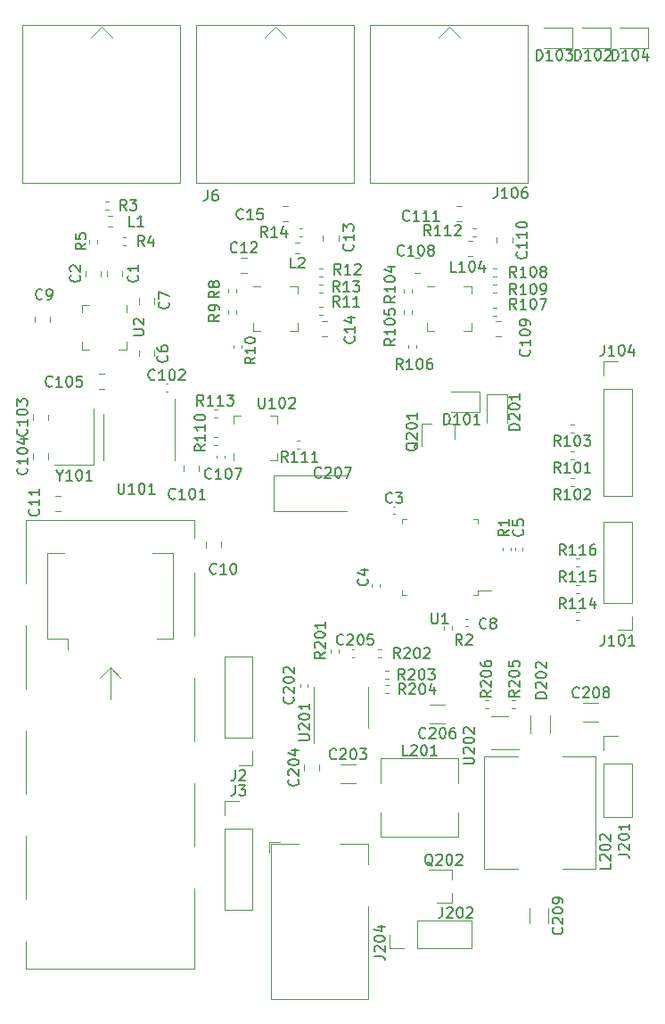
<source format=gbr>
%TF.GenerationSoftware,KiCad,Pcbnew,(5.1.7-0-10_14)*%
%TF.CreationDate,2021-07-25T17:44:21+03:00*%
%TF.ProjectId,sdisfp,73646973-6670-42e6-9b69-6361645f7063,rev?*%
%TF.SameCoordinates,Original*%
%TF.FileFunction,Legend,Top*%
%TF.FilePolarity,Positive*%
%FSLAX46Y46*%
G04 Gerber Fmt 4.6, Leading zero omitted, Abs format (unit mm)*
G04 Created by KiCad (PCBNEW (5.1.7-0-10_14)) date 2021-07-25 17:44:21*
%MOMM*%
%LPD*%
G01*
G04 APERTURE LIST*
%ADD10C,0.120000*%
%ADD11C,0.150000*%
G04 APERTURE END LIST*
D10*
%TO.C,J204*%
X77149000Y-128376500D02*
X76099000Y-128376500D01*
X76099000Y-129426500D02*
X76099000Y-128376500D01*
X85499000Y-134476500D02*
X85499000Y-143276500D01*
X85499000Y-143276500D02*
X76299000Y-143276500D01*
X82799000Y-128576500D02*
X85499000Y-128576500D01*
X85499000Y-128576500D02*
X85499000Y-130476500D01*
X76299000Y-143276500D02*
X76299000Y-128576500D01*
X76299000Y-128576500D02*
X78899000Y-128576500D01*
%TO.C,L202*%
X99754000Y-130878000D02*
X96554000Y-130878000D01*
X96554000Y-130878000D02*
X96554000Y-120278000D01*
X96554000Y-120278000D02*
X99754000Y-120278000D01*
X103954000Y-120278000D02*
X107154000Y-120278000D01*
X107154000Y-120278000D02*
X107154000Y-130878000D01*
X107154000Y-130878000D02*
X103954000Y-130878000D01*
%TO.C,U101*%
X67155000Y-89916000D02*
X67155000Y-86316000D01*
X67155000Y-89916000D02*
X67155000Y-92116000D01*
X60385000Y-89916000D02*
X60385000Y-87716000D01*
X60385000Y-89916000D02*
X60385000Y-92116000D01*
%TO.C,C8*%
X94976836Y-107209000D02*
X94761164Y-107209000D01*
X94976836Y-107929000D02*
X94761164Y-107929000D01*
%TO.C,C5*%
X99462000Y-100476164D02*
X99462000Y-100691836D01*
X100182000Y-100476164D02*
X100182000Y-100691836D01*
%TO.C,C4*%
X86593000Y-104148836D02*
X86593000Y-103933164D01*
X85873000Y-104148836D02*
X85873000Y-103933164D01*
%TO.C,C3*%
X88090836Y-96541000D02*
X87875164Y-96541000D01*
X88090836Y-97261000D02*
X87875164Y-97261000D01*
%TO.C,U102*%
X72708000Y-91443000D02*
X72708000Y-92168000D01*
X76928000Y-87948000D02*
X76203000Y-87948000D01*
X76928000Y-88673000D02*
X76928000Y-87948000D01*
X76928000Y-92168000D02*
X76203000Y-92168000D01*
X76928000Y-91443000D02*
X76928000Y-92168000D01*
X72708000Y-87948000D02*
X73433000Y-87948000D01*
X72708000Y-88673000D02*
X72708000Y-87948000D01*
%TO.C,R116*%
X105256359Y-102234000D02*
X105563641Y-102234000D01*
X105256359Y-101474000D02*
X105563641Y-101474000D01*
%TO.C,R115*%
X105256359Y-104774000D02*
X105563641Y-104774000D01*
X105256359Y-104014000D02*
X105563641Y-104014000D01*
%TO.C,R114*%
X105256359Y-107314000D02*
X105563641Y-107314000D01*
X105256359Y-106554000D02*
X105563641Y-106554000D01*
%TO.C,J101*%
X110550000Y-108264000D02*
X109220000Y-108264000D01*
X110550000Y-106934000D02*
X110550000Y-108264000D01*
X110550000Y-105664000D02*
X107890000Y-105664000D01*
X107890000Y-105664000D02*
X107890000Y-97984000D01*
X110550000Y-105664000D02*
X110550000Y-97984000D01*
X110550000Y-97984000D02*
X107890000Y-97984000D01*
%TO.C,C203*%
X82905548Y-122830000D02*
X84328052Y-122830000D01*
X82905548Y-121010000D02*
X84328052Y-121010000D01*
%TO.C,C206*%
X92811652Y-115320400D02*
X91389148Y-115320400D01*
X92811652Y-117140400D02*
X91389148Y-117140400D01*
%TO.C,C102*%
X66287764Y-85602400D02*
X66503436Y-85602400D01*
X66287764Y-84882400D02*
X66503436Y-84882400D01*
%TO.C,C107*%
X71861000Y-91928836D02*
X71861000Y-91713164D01*
X71141000Y-91928836D02*
X71141000Y-91713164D01*
%TO.C,U202*%
X98044000Y-119543000D02*
X99844000Y-119543000D01*
X98044000Y-119543000D02*
X97244000Y-119543000D01*
X98044000Y-116423000D02*
X98844000Y-116423000D01*
X98044000Y-116423000D02*
X97244000Y-116423000D01*
%TO.C,R206*%
X96927641Y-114936000D02*
X96620359Y-114936000D01*
X96927641Y-115696000D02*
X96620359Y-115696000D01*
%TO.C,R205*%
X99465641Y-114936000D02*
X99158359Y-114936000D01*
X99465641Y-115696000D02*
X99158359Y-115696000D01*
%TO.C,D202*%
X100944000Y-116385758D02*
X100944000Y-118056242D01*
X102764000Y-116385758D02*
X102764000Y-118056242D01*
%TO.C,C209*%
X100817000Y-134670748D02*
X100817000Y-136093252D01*
X102637000Y-134670748D02*
X102637000Y-136093252D01*
%TO.C,C208*%
X105968748Y-116988000D02*
X107391252Y-116988000D01*
X105968748Y-115168000D02*
X107391252Y-115168000D01*
%TO.C,J1*%
X60198000Y-51000000D02*
X61198000Y-52000000D01*
X60198000Y-51000000D02*
X59198000Y-52000000D01*
X52698000Y-65800000D02*
X52698000Y-50800000D01*
X67698000Y-65800000D02*
X52698000Y-65800000D01*
X67698000Y-50800000D02*
X67698000Y-65800000D01*
X52698000Y-50800000D02*
X67698000Y-50800000D01*
%TO.C,R112*%
X95477359Y-70865000D02*
X95784641Y-70865000D01*
X95477359Y-70105000D02*
X95784641Y-70105000D01*
%TO.C,R109*%
X97689641Y-75439000D02*
X97382359Y-75439000D01*
X97689641Y-76199000D02*
X97382359Y-76199000D01*
%TO.C,R108*%
X97689641Y-73915000D02*
X97382359Y-73915000D01*
X97689641Y-74675000D02*
X97382359Y-74675000D01*
%TO.C,R106*%
X89345500Y-81189859D02*
X89345500Y-81497141D01*
X90105500Y-81189859D02*
X90105500Y-81497141D01*
%TO.C,R103*%
X105053641Y-88774000D02*
X104746359Y-88774000D01*
X105053641Y-89534000D02*
X104746359Y-89534000D01*
%TO.C,R102*%
X105055641Y-93854000D02*
X104748359Y-93854000D01*
X105055641Y-94614000D02*
X104748359Y-94614000D01*
%TO.C,R101*%
X105055641Y-91314000D02*
X104748359Y-91314000D01*
X105055641Y-92074000D02*
X104748359Y-92074000D01*
%TO.C,R14*%
X78969359Y-70865000D02*
X79276641Y-70865000D01*
X78969359Y-70105000D02*
X79276641Y-70105000D01*
%TO.C,R13*%
X81177641Y-75439000D02*
X80870359Y-75439000D01*
X81177641Y-76199000D02*
X80870359Y-76199000D01*
%TO.C,R12*%
X81181641Y-73915000D02*
X80874359Y-73915000D01*
X81181641Y-74675000D02*
X80874359Y-74675000D01*
%TO.C,R10*%
X72772000Y-81189859D02*
X72772000Y-81497141D01*
X73532000Y-81189859D02*
X73532000Y-81497141D01*
%TO.C,R5*%
X59816000Y-71527641D02*
X59816000Y-71220359D01*
X59056000Y-71527641D02*
X59056000Y-71220359D01*
%TO.C,R4*%
X62205359Y-71754000D02*
X62512641Y-71754000D01*
X62205359Y-70994000D02*
X62512641Y-70994000D01*
%TO.C,R3*%
X60861641Y-67565000D02*
X60554359Y-67565000D01*
X60861641Y-68325000D02*
X60554359Y-68325000D01*
%TO.C,R2*%
X92711000Y-107925359D02*
X92711000Y-108232641D01*
X93471000Y-107925359D02*
X93471000Y-108232641D01*
%TO.C,R1*%
X98299000Y-100428359D02*
X98299000Y-100735641D01*
X99059000Y-100428359D02*
X99059000Y-100735641D01*
%TO.C,L2*%
X79040258Y-71486500D02*
X78565742Y-71486500D01*
X79040258Y-72531500D02*
X78565742Y-72531500D01*
%TO.C,L1*%
X60786742Y-69991500D02*
X61261258Y-69991500D01*
X60786742Y-68946500D02*
X61261258Y-68946500D01*
%TO.C,C111*%
X94431752Y-67972000D02*
X93909248Y-67972000D01*
X94431752Y-69442000D02*
X93909248Y-69442000D01*
%TO.C,C15*%
X77919252Y-67972000D02*
X77396748Y-67972000D01*
X77919252Y-69442000D02*
X77396748Y-69442000D01*
%TO.C,U201*%
X80396400Y-115570000D02*
X80396400Y-119020000D01*
X80396400Y-115570000D02*
X80396400Y-113620000D01*
X85516400Y-115570000D02*
X85516400Y-117520000D01*
X85516400Y-115570000D02*
X85516400Y-113620000D01*
%TO.C,R204*%
X87171559Y-114222800D02*
X87478841Y-114222800D01*
X87171559Y-113462800D02*
X87478841Y-113462800D01*
%TO.C,R203*%
X87169559Y-112851200D02*
X87476841Y-112851200D01*
X87169559Y-112091200D02*
X87476841Y-112091200D01*
%TO.C,R202*%
X86769641Y-110110000D02*
X86462359Y-110110000D01*
X86769641Y-110870000D02*
X86462359Y-110870000D01*
%TO.C,R201*%
X82726800Y-110389641D02*
X82726800Y-110082359D01*
X81966800Y-110389641D02*
X81966800Y-110082359D01*
%TO.C,Q202*%
X93470000Y-134168000D02*
X92010000Y-134168000D01*
X93470000Y-131008000D02*
X91310000Y-131008000D01*
X93470000Y-131008000D02*
X93470000Y-131938000D01*
X93470000Y-134168000D02*
X93470000Y-133238000D01*
%TO.C,Q201*%
X93782000Y-88648000D02*
X93782000Y-90108000D01*
X90622000Y-88648000D02*
X90622000Y-90808000D01*
X90622000Y-88648000D02*
X91552000Y-88648000D01*
X93782000Y-88648000D02*
X92852000Y-88648000D01*
%TO.C,L201*%
X94124000Y-120455200D02*
X94124000Y-122755200D01*
X86724000Y-120455200D02*
X94124000Y-120455200D01*
X86724000Y-122755200D02*
X86724000Y-120455200D01*
X86724000Y-127855200D02*
X86724000Y-125555200D01*
X94124000Y-127855200D02*
X86724000Y-127855200D01*
X94124000Y-125555200D02*
X94124000Y-127855200D01*
%TO.C,J202*%
X87570000Y-138490000D02*
X87570000Y-137160000D01*
X88900000Y-138490000D02*
X87570000Y-138490000D01*
X90170000Y-138490000D02*
X90170000Y-135830000D01*
X90170000Y-135830000D02*
X95310000Y-135830000D01*
X90170000Y-138490000D02*
X95310000Y-138490000D01*
X95310000Y-138490000D02*
X95310000Y-135830000D01*
%TO.C,J201*%
X107890000Y-118304000D02*
X109220000Y-118304000D01*
X107890000Y-119634000D02*
X107890000Y-118304000D01*
X107890000Y-120904000D02*
X110550000Y-120904000D01*
X110550000Y-120904000D02*
X110550000Y-126044000D01*
X107890000Y-120904000D02*
X107890000Y-126044000D01*
X107890000Y-126044000D02*
X110550000Y-126044000D01*
%TO.C,D201*%
X96830000Y-85866500D02*
X96830000Y-88551500D01*
X98750000Y-85866500D02*
X96830000Y-85866500D01*
X98750000Y-88551500D02*
X98750000Y-85866500D01*
%TO.C,C207*%
X76593000Y-96960000D02*
X83528000Y-96960000D01*
X76593000Y-93540000D02*
X76593000Y-96960000D01*
X83528000Y-93540000D02*
X76593000Y-93540000D01*
%TO.C,C205*%
X84181836Y-110130000D02*
X83966164Y-110130000D01*
X84181836Y-110850000D02*
X83966164Y-110850000D01*
%TO.C,C204*%
X80897400Y-121571652D02*
X80897400Y-121049148D01*
X79427400Y-121571652D02*
X79427400Y-121049148D01*
%TO.C,C202*%
X79091200Y-113430164D02*
X79091200Y-113645836D01*
X79811200Y-113430164D02*
X79811200Y-113645836D01*
%TO.C,U1*%
X89169000Y-97736000D02*
X88719000Y-97736000D01*
X88719000Y-97736000D02*
X88719000Y-98186000D01*
X95489000Y-97736000D02*
X95939000Y-97736000D01*
X95939000Y-97736000D02*
X95939000Y-98186000D01*
X89169000Y-104956000D02*
X88719000Y-104956000D01*
X88719000Y-104956000D02*
X88719000Y-104506000D01*
X95489000Y-104956000D02*
X95939000Y-104956000D01*
X95939000Y-104956000D02*
X95939000Y-104506000D01*
X95939000Y-104506000D02*
X97229000Y-104506000D01*
%TO.C,U103*%
X94603000Y-75614000D02*
X95328000Y-75614000D01*
X95328000Y-75614000D02*
X95328000Y-76339000D01*
X91833000Y-79834000D02*
X91108000Y-79834000D01*
X91108000Y-79834000D02*
X91108000Y-79109000D01*
X94603000Y-79834000D02*
X95328000Y-79834000D01*
X95328000Y-79834000D02*
X95328000Y-79109000D01*
X91833000Y-75614000D02*
X91108000Y-75614000D01*
%TO.C,R113*%
X70902859Y-87313500D02*
X71210141Y-87313500D01*
X70902859Y-88073500D02*
X71210141Y-88073500D01*
%TO.C,R111*%
X79046041Y-91007200D02*
X78738759Y-91007200D01*
X79046041Y-90247200D02*
X78738759Y-90247200D01*
%TO.C,R110*%
X70902859Y-89917000D02*
X71210141Y-89917000D01*
X70902859Y-90677000D02*
X71210141Y-90677000D01*
%TO.C,R107*%
X97382359Y-77661500D02*
X97689641Y-77661500D01*
X97382359Y-78421500D02*
X97689641Y-78421500D01*
%TO.C,R105*%
X89661000Y-77951359D02*
X89661000Y-78258641D01*
X88901000Y-77951359D02*
X88901000Y-78258641D01*
%TO.C,R104*%
X89661000Y-75919359D02*
X89661000Y-76226641D01*
X88901000Y-75919359D02*
X88901000Y-76226641D01*
%TO.C,L104*%
X95477064Y-72744000D02*
X95022936Y-72744000D01*
X95477064Y-71274000D02*
X95022936Y-71274000D01*
%TO.C,J106*%
X85718000Y-50800000D02*
X100718000Y-50800000D01*
X100718000Y-50800000D02*
X100718000Y-65800000D01*
X100718000Y-65800000D02*
X85718000Y-65800000D01*
X85718000Y-65800000D02*
X85718000Y-50800000D01*
X93218000Y-51000000D02*
X92218000Y-52000000D01*
X93218000Y-51000000D02*
X94218000Y-52000000D01*
%TO.C,C110*%
X99223500Y-70985748D02*
X99223500Y-71508252D01*
X97753500Y-70985748D02*
X97753500Y-71508252D01*
%TO.C,C109*%
X98178252Y-80364000D02*
X97655748Y-80364000D01*
X98178252Y-78894000D02*
X97655748Y-78894000D01*
%TO.C,C108*%
X89908748Y-72925000D02*
X90431252Y-72925000D01*
X89908748Y-74395000D02*
X90431252Y-74395000D01*
%TO.C,U2*%
X62562000Y-78117000D02*
X62562000Y-77392000D01*
X58342000Y-81612000D02*
X59067000Y-81612000D01*
X58342000Y-80887000D02*
X58342000Y-81612000D01*
X58342000Y-77392000D02*
X59067000Y-77392000D01*
X58342000Y-78117000D02*
X58342000Y-77392000D01*
X62562000Y-81612000D02*
X61837000Y-81612000D01*
X62562000Y-80887000D02*
X62562000Y-81612000D01*
%TO.C,Y101*%
X59444500Y-92566000D02*
X59444500Y-87266000D01*
X55744500Y-92566000D02*
X59444500Y-92566000D01*
%TO.C,J104*%
X107890000Y-82744000D02*
X109220000Y-82744000D01*
X107890000Y-84074000D02*
X107890000Y-82744000D01*
X107890000Y-85344000D02*
X110550000Y-85344000D01*
X110550000Y-85344000D02*
X110550000Y-95564000D01*
X107890000Y-85344000D02*
X107890000Y-95564000D01*
X107890000Y-95564000D02*
X110550000Y-95564000D01*
%TO.C,D104*%
X112096500Y-51110000D02*
X109411500Y-51110000D01*
X112096500Y-53030000D02*
X112096500Y-51110000D01*
X109411500Y-53030000D02*
X112096500Y-53030000D01*
%TO.C,D103*%
X104887500Y-51110000D02*
X102202500Y-51110000D01*
X104887500Y-53030000D02*
X104887500Y-51110000D01*
X102202500Y-53030000D02*
X104887500Y-53030000D01*
%TO.C,D102*%
X108540500Y-51110000D02*
X105855500Y-51110000D01*
X108540500Y-53030000D02*
X108540500Y-51110000D01*
X105855500Y-53030000D02*
X108540500Y-53030000D01*
%TO.C,D101*%
X96094500Y-85654000D02*
X93409500Y-85654000D01*
X96094500Y-87574000D02*
X96094500Y-85654000D01*
X93409500Y-87574000D02*
X96094500Y-87574000D01*
%TO.C,C105*%
X60461752Y-83910500D02*
X59939248Y-83910500D01*
X60461752Y-85380500D02*
X59939248Y-85380500D01*
%TO.C,C104*%
X55154500Y-92021252D02*
X55154500Y-91498748D01*
X53684500Y-92021252D02*
X53684500Y-91498748D01*
%TO.C,C103*%
X53684500Y-87815748D02*
X53684500Y-88338252D01*
X55154500Y-87815748D02*
X55154500Y-88338252D01*
%TO.C,C101*%
X67972000Y-92639248D02*
X67972000Y-93161752D01*
X69442000Y-92639248D02*
X69442000Y-93161752D01*
%TO.C,J4*%
X69023500Y-140406000D02*
X53023500Y-140406000D01*
X53023500Y-137806000D02*
X53023500Y-140406000D01*
X53023500Y-127806000D02*
X53023500Y-133806000D01*
X53023500Y-117806000D02*
X53023500Y-123806000D01*
X69023500Y-99506000D02*
X69023500Y-97806000D01*
X69023500Y-97806000D02*
X53023500Y-97806000D01*
X53023500Y-97806000D02*
X53023500Y-103806000D01*
X69023500Y-108806000D02*
X69023500Y-102806000D01*
X69023500Y-118806000D02*
X69023500Y-112806000D01*
X69023500Y-128806000D02*
X69023500Y-122806000D01*
X69023500Y-132806000D02*
X69023500Y-140406000D01*
X61023500Y-111806000D02*
X61023500Y-114806000D01*
X61023500Y-111806000D02*
X62023500Y-112806000D01*
X61023500Y-111806000D02*
X60023500Y-112806000D01*
X53023500Y-107806000D02*
X53023500Y-113806000D01*
X67023500Y-100906000D02*
X67023500Y-109106000D01*
X55023500Y-100906000D02*
X55023500Y-109106000D01*
X55023500Y-109106000D02*
X57023500Y-109106000D01*
X57023500Y-109106000D02*
X57023500Y-110106000D01*
X56623500Y-100906000D02*
X55023500Y-100906000D01*
X65023500Y-100906000D02*
X67023500Y-100906000D01*
X65423500Y-109106000D02*
X67023500Y-109106000D01*
%TO.C,C12*%
X73464748Y-74395000D02*
X73987252Y-74395000D01*
X73464748Y-72925000D02*
X73987252Y-72925000D01*
%TO.C,U3*%
X75323000Y-75614000D02*
X74598000Y-75614000D01*
X78818000Y-79834000D02*
X78818000Y-79109000D01*
X78093000Y-79834000D02*
X78818000Y-79834000D01*
X74598000Y-79834000D02*
X74598000Y-79109000D01*
X75323000Y-79834000D02*
X74598000Y-79834000D01*
X78818000Y-75614000D02*
X78818000Y-76339000D01*
X78093000Y-75614000D02*
X78818000Y-75614000D01*
%TO.C,J6*%
X76708000Y-51000000D02*
X77708000Y-52000000D01*
X76708000Y-51000000D02*
X75708000Y-52000000D01*
X69208000Y-65800000D02*
X69208000Y-50800000D01*
X84208000Y-65800000D02*
X69208000Y-65800000D01*
X84208000Y-50800000D02*
X84208000Y-65800000D01*
X69208000Y-50800000D02*
X84208000Y-50800000D01*
%TO.C,C14*%
X81668252Y-78894000D02*
X81145748Y-78894000D01*
X81668252Y-80364000D02*
X81145748Y-80364000D01*
%TO.C,C13*%
X82713500Y-70795248D02*
X82713500Y-71317752D01*
X81243500Y-70795248D02*
X81243500Y-71317752D01*
%TO.C,C11*%
X56334252Y-95531000D02*
X55811748Y-95531000D01*
X56334252Y-97001000D02*
X55811748Y-97001000D01*
%TO.C,C9*%
X53875000Y-78478748D02*
X53875000Y-79001252D01*
X55345000Y-78478748D02*
X55345000Y-79001252D01*
%TO.C,C7*%
X63781000Y-76766748D02*
X63781000Y-77289252D01*
X65251000Y-76766748D02*
X65251000Y-77289252D01*
%TO.C,C6*%
X65251000Y-82237252D02*
X65251000Y-81714748D01*
X63781000Y-82237252D02*
X63781000Y-81714748D01*
%TO.C,C2*%
X60171000Y-74683252D02*
X60171000Y-74160748D01*
X58701000Y-74683252D02*
X58701000Y-74160748D01*
%TO.C,C1*%
X62203000Y-74683252D02*
X62203000Y-74160748D01*
X60733000Y-74683252D02*
X60733000Y-74160748D01*
%TO.C,R8*%
X73024000Y-75917359D02*
X73024000Y-76224641D01*
X72264000Y-75917359D02*
X72264000Y-76224641D01*
%TO.C,R9*%
X72264000Y-77953359D02*
X72264000Y-78260641D01*
X73024000Y-77953359D02*
X73024000Y-78260641D01*
%TO.C,R11*%
X80870359Y-77598000D02*
X81177641Y-77598000D01*
X80870359Y-78358000D02*
X81177641Y-78358000D01*
%TO.C,J2*%
X74545500Y-110811000D02*
X71885500Y-110811000D01*
X74545500Y-118491000D02*
X74545500Y-110811000D01*
X71885500Y-118491000D02*
X71885500Y-110811000D01*
X74545500Y-118491000D02*
X71885500Y-118491000D01*
X74545500Y-119761000D02*
X74545500Y-121091000D01*
X74545500Y-121091000D02*
X73215500Y-121091000D01*
%TO.C,J3*%
X71885500Y-124527000D02*
X73215500Y-124527000D01*
X71885500Y-125857000D02*
X71885500Y-124527000D01*
X71885500Y-127127000D02*
X74545500Y-127127000D01*
X74545500Y-127127000D02*
X74545500Y-134807000D01*
X71885500Y-127127000D02*
X71885500Y-134807000D01*
X71885500Y-134807000D02*
X74545500Y-134807000D01*
%TO.C,C10*%
X70131000Y-100398252D02*
X70131000Y-99875748D01*
X71601000Y-100398252D02*
X71601000Y-99875748D01*
%TO.C,J204*%
D11*
X86101380Y-139212214D02*
X86815666Y-139212214D01*
X86958523Y-139259833D01*
X87053761Y-139355071D01*
X87101380Y-139497928D01*
X87101380Y-139593166D01*
X86196619Y-138783642D02*
X86149000Y-138736023D01*
X86101380Y-138640785D01*
X86101380Y-138402690D01*
X86149000Y-138307452D01*
X86196619Y-138259833D01*
X86291857Y-138212214D01*
X86387095Y-138212214D01*
X86529952Y-138259833D01*
X87101380Y-138831261D01*
X87101380Y-138212214D01*
X86101380Y-137593166D02*
X86101380Y-137497928D01*
X86149000Y-137402690D01*
X86196619Y-137355071D01*
X86291857Y-137307452D01*
X86482333Y-137259833D01*
X86720428Y-137259833D01*
X86910904Y-137307452D01*
X87006142Y-137355071D01*
X87053761Y-137402690D01*
X87101380Y-137497928D01*
X87101380Y-137593166D01*
X87053761Y-137688404D01*
X87006142Y-137736023D01*
X86910904Y-137783642D01*
X86720428Y-137831261D01*
X86482333Y-137831261D01*
X86291857Y-137783642D01*
X86196619Y-137736023D01*
X86149000Y-137688404D01*
X86101380Y-137593166D01*
X86434714Y-136402690D02*
X87101380Y-136402690D01*
X86053761Y-136640785D02*
X86768047Y-136878880D01*
X86768047Y-136259833D01*
%TO.C,L202*%
X108529380Y-130405047D02*
X108529380Y-130881238D01*
X107529380Y-130881238D01*
X107624619Y-130119333D02*
X107577000Y-130071714D01*
X107529380Y-129976476D01*
X107529380Y-129738380D01*
X107577000Y-129643142D01*
X107624619Y-129595523D01*
X107719857Y-129547904D01*
X107815095Y-129547904D01*
X107957952Y-129595523D01*
X108529380Y-130166952D01*
X108529380Y-129547904D01*
X107529380Y-128928857D02*
X107529380Y-128833619D01*
X107577000Y-128738380D01*
X107624619Y-128690761D01*
X107719857Y-128643142D01*
X107910333Y-128595523D01*
X108148428Y-128595523D01*
X108338904Y-128643142D01*
X108434142Y-128690761D01*
X108481761Y-128738380D01*
X108529380Y-128833619D01*
X108529380Y-128928857D01*
X108481761Y-129024095D01*
X108434142Y-129071714D01*
X108338904Y-129119333D01*
X108148428Y-129166952D01*
X107910333Y-129166952D01*
X107719857Y-129119333D01*
X107624619Y-129071714D01*
X107577000Y-129024095D01*
X107529380Y-128928857D01*
X107624619Y-128214571D02*
X107577000Y-128166952D01*
X107529380Y-128071714D01*
X107529380Y-127833619D01*
X107577000Y-127738380D01*
X107624619Y-127690761D01*
X107719857Y-127643142D01*
X107815095Y-127643142D01*
X107957952Y-127690761D01*
X108529380Y-128262190D01*
X108529380Y-127643142D01*
%TO.C,U101*%
X61785714Y-94321380D02*
X61785714Y-95130904D01*
X61833333Y-95226142D01*
X61880952Y-95273761D01*
X61976190Y-95321380D01*
X62166666Y-95321380D01*
X62261904Y-95273761D01*
X62309523Y-95226142D01*
X62357142Y-95130904D01*
X62357142Y-94321380D01*
X63357142Y-95321380D02*
X62785714Y-95321380D01*
X63071428Y-95321380D02*
X63071428Y-94321380D01*
X62976190Y-94464238D01*
X62880952Y-94559476D01*
X62785714Y-94607095D01*
X63976190Y-94321380D02*
X64071428Y-94321380D01*
X64166666Y-94369000D01*
X64214285Y-94416619D01*
X64261904Y-94511857D01*
X64309523Y-94702333D01*
X64309523Y-94940428D01*
X64261904Y-95130904D01*
X64214285Y-95226142D01*
X64166666Y-95273761D01*
X64071428Y-95321380D01*
X63976190Y-95321380D01*
X63880952Y-95273761D01*
X63833333Y-95226142D01*
X63785714Y-95130904D01*
X63738095Y-94940428D01*
X63738095Y-94702333D01*
X63785714Y-94511857D01*
X63833333Y-94416619D01*
X63880952Y-94369000D01*
X63976190Y-94321380D01*
X65261904Y-95321380D02*
X64690476Y-95321380D01*
X64976190Y-95321380D02*
X64976190Y-94321380D01*
X64880952Y-94464238D01*
X64785714Y-94559476D01*
X64690476Y-94607095D01*
%TO.C,C8*%
X96734333Y-108053142D02*
X96686714Y-108100761D01*
X96543857Y-108148380D01*
X96448619Y-108148380D01*
X96305761Y-108100761D01*
X96210523Y-108005523D01*
X96162904Y-107910285D01*
X96115285Y-107719809D01*
X96115285Y-107576952D01*
X96162904Y-107386476D01*
X96210523Y-107291238D01*
X96305761Y-107196000D01*
X96448619Y-107148380D01*
X96543857Y-107148380D01*
X96686714Y-107196000D01*
X96734333Y-107243619D01*
X97305761Y-107576952D02*
X97210523Y-107529333D01*
X97162904Y-107481714D01*
X97115285Y-107386476D01*
X97115285Y-107338857D01*
X97162904Y-107243619D01*
X97210523Y-107196000D01*
X97305761Y-107148380D01*
X97496238Y-107148380D01*
X97591476Y-107196000D01*
X97639095Y-107243619D01*
X97686714Y-107338857D01*
X97686714Y-107386476D01*
X97639095Y-107481714D01*
X97591476Y-107529333D01*
X97496238Y-107576952D01*
X97305761Y-107576952D01*
X97210523Y-107624571D01*
X97162904Y-107672190D01*
X97115285Y-107767428D01*
X97115285Y-107957904D01*
X97162904Y-108053142D01*
X97210523Y-108100761D01*
X97305761Y-108148380D01*
X97496238Y-108148380D01*
X97591476Y-108100761D01*
X97639095Y-108053142D01*
X97686714Y-107957904D01*
X97686714Y-107767428D01*
X97639095Y-107672190D01*
X97591476Y-107624571D01*
X97496238Y-107576952D01*
%TO.C,C5*%
X100179142Y-98718666D02*
X100226761Y-98766285D01*
X100274380Y-98909142D01*
X100274380Y-99004380D01*
X100226761Y-99147238D01*
X100131523Y-99242476D01*
X100036285Y-99290095D01*
X99845809Y-99337714D01*
X99702952Y-99337714D01*
X99512476Y-99290095D01*
X99417238Y-99242476D01*
X99322000Y-99147238D01*
X99274380Y-99004380D01*
X99274380Y-98909142D01*
X99322000Y-98766285D01*
X99369619Y-98718666D01*
X99274380Y-97813904D02*
X99274380Y-98290095D01*
X99750571Y-98337714D01*
X99702952Y-98290095D01*
X99655333Y-98194857D01*
X99655333Y-97956761D01*
X99702952Y-97861523D01*
X99750571Y-97813904D01*
X99845809Y-97766285D01*
X100083904Y-97766285D01*
X100179142Y-97813904D01*
X100226761Y-97861523D01*
X100274380Y-97956761D01*
X100274380Y-98194857D01*
X100226761Y-98290095D01*
X100179142Y-98337714D01*
%TO.C,C4*%
X85430142Y-103417666D02*
X85477761Y-103465285D01*
X85525380Y-103608142D01*
X85525380Y-103703380D01*
X85477761Y-103846238D01*
X85382523Y-103941476D01*
X85287285Y-103989095D01*
X85096809Y-104036714D01*
X84953952Y-104036714D01*
X84763476Y-103989095D01*
X84668238Y-103941476D01*
X84573000Y-103846238D01*
X84525380Y-103703380D01*
X84525380Y-103608142D01*
X84573000Y-103465285D01*
X84620619Y-103417666D01*
X84858714Y-102560523D02*
X85525380Y-102560523D01*
X84477761Y-102798619D02*
X85192047Y-103036714D01*
X85192047Y-102417666D01*
%TO.C,C3*%
X87816333Y-96115142D02*
X87768714Y-96162761D01*
X87625857Y-96210380D01*
X87530619Y-96210380D01*
X87387761Y-96162761D01*
X87292523Y-96067523D01*
X87244904Y-95972285D01*
X87197285Y-95781809D01*
X87197285Y-95638952D01*
X87244904Y-95448476D01*
X87292523Y-95353238D01*
X87387761Y-95258000D01*
X87530619Y-95210380D01*
X87625857Y-95210380D01*
X87768714Y-95258000D01*
X87816333Y-95305619D01*
X88149666Y-95210380D02*
X88768714Y-95210380D01*
X88435380Y-95591333D01*
X88578238Y-95591333D01*
X88673476Y-95638952D01*
X88721095Y-95686571D01*
X88768714Y-95781809D01*
X88768714Y-96019904D01*
X88721095Y-96115142D01*
X88673476Y-96162761D01*
X88578238Y-96210380D01*
X88292523Y-96210380D01*
X88197285Y-96162761D01*
X88149666Y-96115142D01*
%TO.C,U102*%
X75120714Y-86193380D02*
X75120714Y-87002904D01*
X75168333Y-87098142D01*
X75215952Y-87145761D01*
X75311190Y-87193380D01*
X75501666Y-87193380D01*
X75596904Y-87145761D01*
X75644523Y-87098142D01*
X75692142Y-87002904D01*
X75692142Y-86193380D01*
X76692142Y-87193380D02*
X76120714Y-87193380D01*
X76406428Y-87193380D02*
X76406428Y-86193380D01*
X76311190Y-86336238D01*
X76215952Y-86431476D01*
X76120714Y-86479095D01*
X77311190Y-86193380D02*
X77406428Y-86193380D01*
X77501666Y-86241000D01*
X77549285Y-86288619D01*
X77596904Y-86383857D01*
X77644523Y-86574333D01*
X77644523Y-86812428D01*
X77596904Y-87002904D01*
X77549285Y-87098142D01*
X77501666Y-87145761D01*
X77406428Y-87193380D01*
X77311190Y-87193380D01*
X77215952Y-87145761D01*
X77168333Y-87098142D01*
X77120714Y-87002904D01*
X77073095Y-86812428D01*
X77073095Y-86574333D01*
X77120714Y-86383857D01*
X77168333Y-86288619D01*
X77215952Y-86241000D01*
X77311190Y-86193380D01*
X78025476Y-86288619D02*
X78073095Y-86241000D01*
X78168333Y-86193380D01*
X78406428Y-86193380D01*
X78501666Y-86241000D01*
X78549285Y-86288619D01*
X78596904Y-86383857D01*
X78596904Y-86479095D01*
X78549285Y-86621952D01*
X77977857Y-87193380D01*
X78596904Y-87193380D01*
%TO.C,R116*%
X104290952Y-101136380D02*
X103957619Y-100660190D01*
X103719523Y-101136380D02*
X103719523Y-100136380D01*
X104100476Y-100136380D01*
X104195714Y-100184000D01*
X104243333Y-100231619D01*
X104290952Y-100326857D01*
X104290952Y-100469714D01*
X104243333Y-100564952D01*
X104195714Y-100612571D01*
X104100476Y-100660190D01*
X103719523Y-100660190D01*
X105243333Y-101136380D02*
X104671904Y-101136380D01*
X104957619Y-101136380D02*
X104957619Y-100136380D01*
X104862380Y-100279238D01*
X104767142Y-100374476D01*
X104671904Y-100422095D01*
X106195714Y-101136380D02*
X105624285Y-101136380D01*
X105910000Y-101136380D02*
X105910000Y-100136380D01*
X105814761Y-100279238D01*
X105719523Y-100374476D01*
X105624285Y-100422095D01*
X107052857Y-100136380D02*
X106862380Y-100136380D01*
X106767142Y-100184000D01*
X106719523Y-100231619D01*
X106624285Y-100374476D01*
X106576666Y-100564952D01*
X106576666Y-100945904D01*
X106624285Y-101041142D01*
X106671904Y-101088761D01*
X106767142Y-101136380D01*
X106957619Y-101136380D01*
X107052857Y-101088761D01*
X107100476Y-101041142D01*
X107148095Y-100945904D01*
X107148095Y-100707809D01*
X107100476Y-100612571D01*
X107052857Y-100564952D01*
X106957619Y-100517333D01*
X106767142Y-100517333D01*
X106671904Y-100564952D01*
X106624285Y-100612571D01*
X106576666Y-100707809D01*
%TO.C,R115*%
X104290952Y-103676380D02*
X103957619Y-103200190D01*
X103719523Y-103676380D02*
X103719523Y-102676380D01*
X104100476Y-102676380D01*
X104195714Y-102724000D01*
X104243333Y-102771619D01*
X104290952Y-102866857D01*
X104290952Y-103009714D01*
X104243333Y-103104952D01*
X104195714Y-103152571D01*
X104100476Y-103200190D01*
X103719523Y-103200190D01*
X105243333Y-103676380D02*
X104671904Y-103676380D01*
X104957619Y-103676380D02*
X104957619Y-102676380D01*
X104862380Y-102819238D01*
X104767142Y-102914476D01*
X104671904Y-102962095D01*
X106195714Y-103676380D02*
X105624285Y-103676380D01*
X105910000Y-103676380D02*
X105910000Y-102676380D01*
X105814761Y-102819238D01*
X105719523Y-102914476D01*
X105624285Y-102962095D01*
X107100476Y-102676380D02*
X106624285Y-102676380D01*
X106576666Y-103152571D01*
X106624285Y-103104952D01*
X106719523Y-103057333D01*
X106957619Y-103057333D01*
X107052857Y-103104952D01*
X107100476Y-103152571D01*
X107148095Y-103247809D01*
X107148095Y-103485904D01*
X107100476Y-103581142D01*
X107052857Y-103628761D01*
X106957619Y-103676380D01*
X106719523Y-103676380D01*
X106624285Y-103628761D01*
X106576666Y-103581142D01*
%TO.C,R114*%
X104290952Y-106216380D02*
X103957619Y-105740190D01*
X103719523Y-106216380D02*
X103719523Y-105216380D01*
X104100476Y-105216380D01*
X104195714Y-105264000D01*
X104243333Y-105311619D01*
X104290952Y-105406857D01*
X104290952Y-105549714D01*
X104243333Y-105644952D01*
X104195714Y-105692571D01*
X104100476Y-105740190D01*
X103719523Y-105740190D01*
X105243333Y-106216380D02*
X104671904Y-106216380D01*
X104957619Y-106216380D02*
X104957619Y-105216380D01*
X104862380Y-105359238D01*
X104767142Y-105454476D01*
X104671904Y-105502095D01*
X106195714Y-106216380D02*
X105624285Y-106216380D01*
X105910000Y-106216380D02*
X105910000Y-105216380D01*
X105814761Y-105359238D01*
X105719523Y-105454476D01*
X105624285Y-105502095D01*
X107052857Y-105549714D02*
X107052857Y-106216380D01*
X106814761Y-105168761D02*
X106576666Y-105883047D01*
X107195714Y-105883047D01*
%TO.C,J101*%
X107934285Y-108716380D02*
X107934285Y-109430666D01*
X107886666Y-109573523D01*
X107791428Y-109668761D01*
X107648571Y-109716380D01*
X107553333Y-109716380D01*
X108934285Y-109716380D02*
X108362857Y-109716380D01*
X108648571Y-109716380D02*
X108648571Y-108716380D01*
X108553333Y-108859238D01*
X108458095Y-108954476D01*
X108362857Y-109002095D01*
X109553333Y-108716380D02*
X109648571Y-108716380D01*
X109743809Y-108764000D01*
X109791428Y-108811619D01*
X109839047Y-108906857D01*
X109886666Y-109097333D01*
X109886666Y-109335428D01*
X109839047Y-109525904D01*
X109791428Y-109621142D01*
X109743809Y-109668761D01*
X109648571Y-109716380D01*
X109553333Y-109716380D01*
X109458095Y-109668761D01*
X109410476Y-109621142D01*
X109362857Y-109525904D01*
X109315238Y-109335428D01*
X109315238Y-109097333D01*
X109362857Y-108906857D01*
X109410476Y-108811619D01*
X109458095Y-108764000D01*
X109553333Y-108716380D01*
X110839047Y-109716380D02*
X110267619Y-109716380D01*
X110553333Y-109716380D02*
X110553333Y-108716380D01*
X110458095Y-108859238D01*
X110362857Y-108954476D01*
X110267619Y-109002095D01*
%TO.C,C203*%
X82497752Y-120427142D02*
X82450133Y-120474761D01*
X82307276Y-120522380D01*
X82212038Y-120522380D01*
X82069180Y-120474761D01*
X81973942Y-120379523D01*
X81926323Y-120284285D01*
X81878704Y-120093809D01*
X81878704Y-119950952D01*
X81926323Y-119760476D01*
X81973942Y-119665238D01*
X82069180Y-119570000D01*
X82212038Y-119522380D01*
X82307276Y-119522380D01*
X82450133Y-119570000D01*
X82497752Y-119617619D01*
X82878704Y-119617619D02*
X82926323Y-119570000D01*
X83021561Y-119522380D01*
X83259657Y-119522380D01*
X83354895Y-119570000D01*
X83402514Y-119617619D01*
X83450133Y-119712857D01*
X83450133Y-119808095D01*
X83402514Y-119950952D01*
X82831085Y-120522380D01*
X83450133Y-120522380D01*
X84069180Y-119522380D02*
X84164419Y-119522380D01*
X84259657Y-119570000D01*
X84307276Y-119617619D01*
X84354895Y-119712857D01*
X84402514Y-119903333D01*
X84402514Y-120141428D01*
X84354895Y-120331904D01*
X84307276Y-120427142D01*
X84259657Y-120474761D01*
X84164419Y-120522380D01*
X84069180Y-120522380D01*
X83973942Y-120474761D01*
X83926323Y-120427142D01*
X83878704Y-120331904D01*
X83831085Y-120141428D01*
X83831085Y-119903333D01*
X83878704Y-119712857D01*
X83926323Y-119617619D01*
X83973942Y-119570000D01*
X84069180Y-119522380D01*
X84735847Y-119522380D02*
X85354895Y-119522380D01*
X85021561Y-119903333D01*
X85164419Y-119903333D01*
X85259657Y-119950952D01*
X85307276Y-119998571D01*
X85354895Y-120093809D01*
X85354895Y-120331904D01*
X85307276Y-120427142D01*
X85259657Y-120474761D01*
X85164419Y-120522380D01*
X84878704Y-120522380D01*
X84783466Y-120474761D01*
X84735847Y-120427142D01*
%TO.C,C206*%
X90981352Y-118437542D02*
X90933733Y-118485161D01*
X90790876Y-118532780D01*
X90695638Y-118532780D01*
X90552780Y-118485161D01*
X90457542Y-118389923D01*
X90409923Y-118294685D01*
X90362304Y-118104209D01*
X90362304Y-117961352D01*
X90409923Y-117770876D01*
X90457542Y-117675638D01*
X90552780Y-117580400D01*
X90695638Y-117532780D01*
X90790876Y-117532780D01*
X90933733Y-117580400D01*
X90981352Y-117628019D01*
X91362304Y-117628019D02*
X91409923Y-117580400D01*
X91505161Y-117532780D01*
X91743257Y-117532780D01*
X91838495Y-117580400D01*
X91886114Y-117628019D01*
X91933733Y-117723257D01*
X91933733Y-117818495D01*
X91886114Y-117961352D01*
X91314685Y-118532780D01*
X91933733Y-118532780D01*
X92552780Y-117532780D02*
X92648019Y-117532780D01*
X92743257Y-117580400D01*
X92790876Y-117628019D01*
X92838495Y-117723257D01*
X92886114Y-117913733D01*
X92886114Y-118151828D01*
X92838495Y-118342304D01*
X92790876Y-118437542D01*
X92743257Y-118485161D01*
X92648019Y-118532780D01*
X92552780Y-118532780D01*
X92457542Y-118485161D01*
X92409923Y-118437542D01*
X92362304Y-118342304D01*
X92314685Y-118151828D01*
X92314685Y-117913733D01*
X92362304Y-117723257D01*
X92409923Y-117628019D01*
X92457542Y-117580400D01*
X92552780Y-117532780D01*
X93743257Y-117532780D02*
X93552780Y-117532780D01*
X93457542Y-117580400D01*
X93409923Y-117628019D01*
X93314685Y-117770876D01*
X93267066Y-117961352D01*
X93267066Y-118342304D01*
X93314685Y-118437542D01*
X93362304Y-118485161D01*
X93457542Y-118532780D01*
X93648019Y-118532780D01*
X93743257Y-118485161D01*
X93790876Y-118437542D01*
X93838495Y-118342304D01*
X93838495Y-118104209D01*
X93790876Y-118008971D01*
X93743257Y-117961352D01*
X93648019Y-117913733D01*
X93457542Y-117913733D01*
X93362304Y-117961352D01*
X93314685Y-118008971D01*
X93267066Y-118104209D01*
%TO.C,C102*%
X65276552Y-84439542D02*
X65228933Y-84487161D01*
X65086076Y-84534780D01*
X64990838Y-84534780D01*
X64847980Y-84487161D01*
X64752742Y-84391923D01*
X64705123Y-84296685D01*
X64657504Y-84106209D01*
X64657504Y-83963352D01*
X64705123Y-83772876D01*
X64752742Y-83677638D01*
X64847980Y-83582400D01*
X64990838Y-83534780D01*
X65086076Y-83534780D01*
X65228933Y-83582400D01*
X65276552Y-83630019D01*
X66228933Y-84534780D02*
X65657504Y-84534780D01*
X65943219Y-84534780D02*
X65943219Y-83534780D01*
X65847980Y-83677638D01*
X65752742Y-83772876D01*
X65657504Y-83820495D01*
X66847980Y-83534780D02*
X66943219Y-83534780D01*
X67038457Y-83582400D01*
X67086076Y-83630019D01*
X67133695Y-83725257D01*
X67181314Y-83915733D01*
X67181314Y-84153828D01*
X67133695Y-84344304D01*
X67086076Y-84439542D01*
X67038457Y-84487161D01*
X66943219Y-84534780D01*
X66847980Y-84534780D01*
X66752742Y-84487161D01*
X66705123Y-84439542D01*
X66657504Y-84344304D01*
X66609885Y-84153828D01*
X66609885Y-83915733D01*
X66657504Y-83725257D01*
X66705123Y-83630019D01*
X66752742Y-83582400D01*
X66847980Y-83534780D01*
X67562266Y-83630019D02*
X67609885Y-83582400D01*
X67705123Y-83534780D01*
X67943219Y-83534780D01*
X68038457Y-83582400D01*
X68086076Y-83630019D01*
X68133695Y-83725257D01*
X68133695Y-83820495D01*
X68086076Y-83963352D01*
X67514647Y-84534780D01*
X68133695Y-84534780D01*
%TO.C,C107*%
X70635952Y-93829142D02*
X70588333Y-93876761D01*
X70445476Y-93924380D01*
X70350238Y-93924380D01*
X70207380Y-93876761D01*
X70112142Y-93781523D01*
X70064523Y-93686285D01*
X70016904Y-93495809D01*
X70016904Y-93352952D01*
X70064523Y-93162476D01*
X70112142Y-93067238D01*
X70207380Y-92972000D01*
X70350238Y-92924380D01*
X70445476Y-92924380D01*
X70588333Y-92972000D01*
X70635952Y-93019619D01*
X71588333Y-93924380D02*
X71016904Y-93924380D01*
X71302619Y-93924380D02*
X71302619Y-92924380D01*
X71207380Y-93067238D01*
X71112142Y-93162476D01*
X71016904Y-93210095D01*
X72207380Y-92924380D02*
X72302619Y-92924380D01*
X72397857Y-92972000D01*
X72445476Y-93019619D01*
X72493095Y-93114857D01*
X72540714Y-93305333D01*
X72540714Y-93543428D01*
X72493095Y-93733904D01*
X72445476Y-93829142D01*
X72397857Y-93876761D01*
X72302619Y-93924380D01*
X72207380Y-93924380D01*
X72112142Y-93876761D01*
X72064523Y-93829142D01*
X72016904Y-93733904D01*
X71969285Y-93543428D01*
X71969285Y-93305333D01*
X72016904Y-93114857D01*
X72064523Y-93019619D01*
X72112142Y-92972000D01*
X72207380Y-92924380D01*
X72874047Y-92924380D02*
X73540714Y-92924380D01*
X73112142Y-93924380D01*
%TO.C,U202*%
X94575380Y-120967285D02*
X95384904Y-120967285D01*
X95480142Y-120919666D01*
X95527761Y-120872047D01*
X95575380Y-120776809D01*
X95575380Y-120586333D01*
X95527761Y-120491095D01*
X95480142Y-120443476D01*
X95384904Y-120395857D01*
X94575380Y-120395857D01*
X94670619Y-119967285D02*
X94623000Y-119919666D01*
X94575380Y-119824428D01*
X94575380Y-119586333D01*
X94623000Y-119491095D01*
X94670619Y-119443476D01*
X94765857Y-119395857D01*
X94861095Y-119395857D01*
X95003952Y-119443476D01*
X95575380Y-120014904D01*
X95575380Y-119395857D01*
X94575380Y-118776809D02*
X94575380Y-118681571D01*
X94623000Y-118586333D01*
X94670619Y-118538714D01*
X94765857Y-118491095D01*
X94956333Y-118443476D01*
X95194428Y-118443476D01*
X95384904Y-118491095D01*
X95480142Y-118538714D01*
X95527761Y-118586333D01*
X95575380Y-118681571D01*
X95575380Y-118776809D01*
X95527761Y-118872047D01*
X95480142Y-118919666D01*
X95384904Y-118967285D01*
X95194428Y-119014904D01*
X94956333Y-119014904D01*
X94765857Y-118967285D01*
X94670619Y-118919666D01*
X94623000Y-118872047D01*
X94575380Y-118776809D01*
X94670619Y-118062523D02*
X94623000Y-118014904D01*
X94575380Y-117919666D01*
X94575380Y-117681571D01*
X94623000Y-117586333D01*
X94670619Y-117538714D01*
X94765857Y-117491095D01*
X94861095Y-117491095D01*
X95003952Y-117538714D01*
X95575380Y-118110142D01*
X95575380Y-117491095D01*
%TO.C,R206*%
X97226380Y-114022047D02*
X96750190Y-114355380D01*
X97226380Y-114593476D02*
X96226380Y-114593476D01*
X96226380Y-114212523D01*
X96274000Y-114117285D01*
X96321619Y-114069666D01*
X96416857Y-114022047D01*
X96559714Y-114022047D01*
X96654952Y-114069666D01*
X96702571Y-114117285D01*
X96750190Y-114212523D01*
X96750190Y-114593476D01*
X96321619Y-113641095D02*
X96274000Y-113593476D01*
X96226380Y-113498238D01*
X96226380Y-113260142D01*
X96274000Y-113164904D01*
X96321619Y-113117285D01*
X96416857Y-113069666D01*
X96512095Y-113069666D01*
X96654952Y-113117285D01*
X97226380Y-113688714D01*
X97226380Y-113069666D01*
X96226380Y-112450619D02*
X96226380Y-112355380D01*
X96274000Y-112260142D01*
X96321619Y-112212523D01*
X96416857Y-112164904D01*
X96607333Y-112117285D01*
X96845428Y-112117285D01*
X97035904Y-112164904D01*
X97131142Y-112212523D01*
X97178761Y-112260142D01*
X97226380Y-112355380D01*
X97226380Y-112450619D01*
X97178761Y-112545857D01*
X97131142Y-112593476D01*
X97035904Y-112641095D01*
X96845428Y-112688714D01*
X96607333Y-112688714D01*
X96416857Y-112641095D01*
X96321619Y-112593476D01*
X96274000Y-112545857D01*
X96226380Y-112450619D01*
X96226380Y-111260142D02*
X96226380Y-111450619D01*
X96274000Y-111545857D01*
X96321619Y-111593476D01*
X96464476Y-111688714D01*
X96654952Y-111736333D01*
X97035904Y-111736333D01*
X97131142Y-111688714D01*
X97178761Y-111641095D01*
X97226380Y-111545857D01*
X97226380Y-111355380D01*
X97178761Y-111260142D01*
X97131142Y-111212523D01*
X97035904Y-111164904D01*
X96797809Y-111164904D01*
X96702571Y-111212523D01*
X96654952Y-111260142D01*
X96607333Y-111355380D01*
X96607333Y-111545857D01*
X96654952Y-111641095D01*
X96702571Y-111688714D01*
X96797809Y-111736333D01*
%TO.C,R205*%
X99893380Y-114022047D02*
X99417190Y-114355380D01*
X99893380Y-114593476D02*
X98893380Y-114593476D01*
X98893380Y-114212523D01*
X98941000Y-114117285D01*
X98988619Y-114069666D01*
X99083857Y-114022047D01*
X99226714Y-114022047D01*
X99321952Y-114069666D01*
X99369571Y-114117285D01*
X99417190Y-114212523D01*
X99417190Y-114593476D01*
X98988619Y-113641095D02*
X98941000Y-113593476D01*
X98893380Y-113498238D01*
X98893380Y-113260142D01*
X98941000Y-113164904D01*
X98988619Y-113117285D01*
X99083857Y-113069666D01*
X99179095Y-113069666D01*
X99321952Y-113117285D01*
X99893380Y-113688714D01*
X99893380Y-113069666D01*
X98893380Y-112450619D02*
X98893380Y-112355380D01*
X98941000Y-112260142D01*
X98988619Y-112212523D01*
X99083857Y-112164904D01*
X99274333Y-112117285D01*
X99512428Y-112117285D01*
X99702904Y-112164904D01*
X99798142Y-112212523D01*
X99845761Y-112260142D01*
X99893380Y-112355380D01*
X99893380Y-112450619D01*
X99845761Y-112545857D01*
X99798142Y-112593476D01*
X99702904Y-112641095D01*
X99512428Y-112688714D01*
X99274333Y-112688714D01*
X99083857Y-112641095D01*
X98988619Y-112593476D01*
X98941000Y-112545857D01*
X98893380Y-112450619D01*
X98893380Y-111212523D02*
X98893380Y-111688714D01*
X99369571Y-111736333D01*
X99321952Y-111688714D01*
X99274333Y-111593476D01*
X99274333Y-111355380D01*
X99321952Y-111260142D01*
X99369571Y-111212523D01*
X99464809Y-111164904D01*
X99702904Y-111164904D01*
X99798142Y-111212523D01*
X99845761Y-111260142D01*
X99893380Y-111355380D01*
X99893380Y-111593476D01*
X99845761Y-111688714D01*
X99798142Y-111736333D01*
%TO.C,D202*%
X102433380Y-114720476D02*
X101433380Y-114720476D01*
X101433380Y-114482380D01*
X101481000Y-114339523D01*
X101576238Y-114244285D01*
X101671476Y-114196666D01*
X101861952Y-114149047D01*
X102004809Y-114149047D01*
X102195285Y-114196666D01*
X102290523Y-114244285D01*
X102385761Y-114339523D01*
X102433380Y-114482380D01*
X102433380Y-114720476D01*
X101528619Y-113768095D02*
X101481000Y-113720476D01*
X101433380Y-113625238D01*
X101433380Y-113387142D01*
X101481000Y-113291904D01*
X101528619Y-113244285D01*
X101623857Y-113196666D01*
X101719095Y-113196666D01*
X101861952Y-113244285D01*
X102433380Y-113815714D01*
X102433380Y-113196666D01*
X101433380Y-112577619D02*
X101433380Y-112482380D01*
X101481000Y-112387142D01*
X101528619Y-112339523D01*
X101623857Y-112291904D01*
X101814333Y-112244285D01*
X102052428Y-112244285D01*
X102242904Y-112291904D01*
X102338142Y-112339523D01*
X102385761Y-112387142D01*
X102433380Y-112482380D01*
X102433380Y-112577619D01*
X102385761Y-112672857D01*
X102338142Y-112720476D01*
X102242904Y-112768095D01*
X102052428Y-112815714D01*
X101814333Y-112815714D01*
X101623857Y-112768095D01*
X101528619Y-112720476D01*
X101481000Y-112672857D01*
X101433380Y-112577619D01*
X101528619Y-111863333D02*
X101481000Y-111815714D01*
X101433380Y-111720476D01*
X101433380Y-111482380D01*
X101481000Y-111387142D01*
X101528619Y-111339523D01*
X101623857Y-111291904D01*
X101719095Y-111291904D01*
X101861952Y-111339523D01*
X102433380Y-111910952D01*
X102433380Y-111291904D01*
%TO.C,C209*%
X103934142Y-136501047D02*
X103981761Y-136548666D01*
X104029380Y-136691523D01*
X104029380Y-136786761D01*
X103981761Y-136929619D01*
X103886523Y-137024857D01*
X103791285Y-137072476D01*
X103600809Y-137120095D01*
X103457952Y-137120095D01*
X103267476Y-137072476D01*
X103172238Y-137024857D01*
X103077000Y-136929619D01*
X103029380Y-136786761D01*
X103029380Y-136691523D01*
X103077000Y-136548666D01*
X103124619Y-136501047D01*
X103124619Y-136120095D02*
X103077000Y-136072476D01*
X103029380Y-135977238D01*
X103029380Y-135739142D01*
X103077000Y-135643904D01*
X103124619Y-135596285D01*
X103219857Y-135548666D01*
X103315095Y-135548666D01*
X103457952Y-135596285D01*
X104029380Y-136167714D01*
X104029380Y-135548666D01*
X103029380Y-134929619D02*
X103029380Y-134834380D01*
X103077000Y-134739142D01*
X103124619Y-134691523D01*
X103219857Y-134643904D01*
X103410333Y-134596285D01*
X103648428Y-134596285D01*
X103838904Y-134643904D01*
X103934142Y-134691523D01*
X103981761Y-134739142D01*
X104029380Y-134834380D01*
X104029380Y-134929619D01*
X103981761Y-135024857D01*
X103934142Y-135072476D01*
X103838904Y-135120095D01*
X103648428Y-135167714D01*
X103410333Y-135167714D01*
X103219857Y-135120095D01*
X103124619Y-135072476D01*
X103077000Y-135024857D01*
X103029380Y-134929619D01*
X104029380Y-134120095D02*
X104029380Y-133929619D01*
X103981761Y-133834380D01*
X103934142Y-133786761D01*
X103791285Y-133691523D01*
X103600809Y-133643904D01*
X103219857Y-133643904D01*
X103124619Y-133691523D01*
X103077000Y-133739142D01*
X103029380Y-133834380D01*
X103029380Y-134024857D01*
X103077000Y-134120095D01*
X103124619Y-134167714D01*
X103219857Y-134215333D01*
X103457952Y-134215333D01*
X103553190Y-134167714D01*
X103600809Y-134120095D01*
X103648428Y-134024857D01*
X103648428Y-133834380D01*
X103600809Y-133739142D01*
X103553190Y-133691523D01*
X103457952Y-133643904D01*
%TO.C,C208*%
X105560952Y-114585142D02*
X105513333Y-114632761D01*
X105370476Y-114680380D01*
X105275238Y-114680380D01*
X105132380Y-114632761D01*
X105037142Y-114537523D01*
X104989523Y-114442285D01*
X104941904Y-114251809D01*
X104941904Y-114108952D01*
X104989523Y-113918476D01*
X105037142Y-113823238D01*
X105132380Y-113728000D01*
X105275238Y-113680380D01*
X105370476Y-113680380D01*
X105513333Y-113728000D01*
X105560952Y-113775619D01*
X105941904Y-113775619D02*
X105989523Y-113728000D01*
X106084761Y-113680380D01*
X106322857Y-113680380D01*
X106418095Y-113728000D01*
X106465714Y-113775619D01*
X106513333Y-113870857D01*
X106513333Y-113966095D01*
X106465714Y-114108952D01*
X105894285Y-114680380D01*
X106513333Y-114680380D01*
X107132380Y-113680380D02*
X107227619Y-113680380D01*
X107322857Y-113728000D01*
X107370476Y-113775619D01*
X107418095Y-113870857D01*
X107465714Y-114061333D01*
X107465714Y-114299428D01*
X107418095Y-114489904D01*
X107370476Y-114585142D01*
X107322857Y-114632761D01*
X107227619Y-114680380D01*
X107132380Y-114680380D01*
X107037142Y-114632761D01*
X106989523Y-114585142D01*
X106941904Y-114489904D01*
X106894285Y-114299428D01*
X106894285Y-114061333D01*
X106941904Y-113870857D01*
X106989523Y-113775619D01*
X107037142Y-113728000D01*
X107132380Y-113680380D01*
X108037142Y-114108952D02*
X107941904Y-114061333D01*
X107894285Y-114013714D01*
X107846666Y-113918476D01*
X107846666Y-113870857D01*
X107894285Y-113775619D01*
X107941904Y-113728000D01*
X108037142Y-113680380D01*
X108227619Y-113680380D01*
X108322857Y-113728000D01*
X108370476Y-113775619D01*
X108418095Y-113870857D01*
X108418095Y-113918476D01*
X108370476Y-114013714D01*
X108322857Y-114061333D01*
X108227619Y-114108952D01*
X108037142Y-114108952D01*
X107941904Y-114156571D01*
X107894285Y-114204190D01*
X107846666Y-114299428D01*
X107846666Y-114489904D01*
X107894285Y-114585142D01*
X107941904Y-114632761D01*
X108037142Y-114680380D01*
X108227619Y-114680380D01*
X108322857Y-114632761D01*
X108370476Y-114585142D01*
X108418095Y-114489904D01*
X108418095Y-114299428D01*
X108370476Y-114204190D01*
X108322857Y-114156571D01*
X108227619Y-114108952D01*
%TO.C,R112*%
X91463952Y-70810380D02*
X91130619Y-70334190D01*
X90892523Y-70810380D02*
X90892523Y-69810380D01*
X91273476Y-69810380D01*
X91368714Y-69858000D01*
X91416333Y-69905619D01*
X91463952Y-70000857D01*
X91463952Y-70143714D01*
X91416333Y-70238952D01*
X91368714Y-70286571D01*
X91273476Y-70334190D01*
X90892523Y-70334190D01*
X92416333Y-70810380D02*
X91844904Y-70810380D01*
X92130619Y-70810380D02*
X92130619Y-69810380D01*
X92035380Y-69953238D01*
X91940142Y-70048476D01*
X91844904Y-70096095D01*
X93368714Y-70810380D02*
X92797285Y-70810380D01*
X93083000Y-70810380D02*
X93083000Y-69810380D01*
X92987761Y-69953238D01*
X92892523Y-70048476D01*
X92797285Y-70096095D01*
X93749666Y-69905619D02*
X93797285Y-69858000D01*
X93892523Y-69810380D01*
X94130619Y-69810380D01*
X94225857Y-69858000D01*
X94273476Y-69905619D01*
X94321095Y-70000857D01*
X94321095Y-70096095D01*
X94273476Y-70238952D01*
X93702047Y-70810380D01*
X94321095Y-70810380D01*
%TO.C,R109*%
X99591952Y-76398380D02*
X99258619Y-75922190D01*
X99020523Y-76398380D02*
X99020523Y-75398380D01*
X99401476Y-75398380D01*
X99496714Y-75446000D01*
X99544333Y-75493619D01*
X99591952Y-75588857D01*
X99591952Y-75731714D01*
X99544333Y-75826952D01*
X99496714Y-75874571D01*
X99401476Y-75922190D01*
X99020523Y-75922190D01*
X100544333Y-76398380D02*
X99972904Y-76398380D01*
X100258619Y-76398380D02*
X100258619Y-75398380D01*
X100163380Y-75541238D01*
X100068142Y-75636476D01*
X99972904Y-75684095D01*
X101163380Y-75398380D02*
X101258619Y-75398380D01*
X101353857Y-75446000D01*
X101401476Y-75493619D01*
X101449095Y-75588857D01*
X101496714Y-75779333D01*
X101496714Y-76017428D01*
X101449095Y-76207904D01*
X101401476Y-76303142D01*
X101353857Y-76350761D01*
X101258619Y-76398380D01*
X101163380Y-76398380D01*
X101068142Y-76350761D01*
X101020523Y-76303142D01*
X100972904Y-76207904D01*
X100925285Y-76017428D01*
X100925285Y-75779333D01*
X100972904Y-75588857D01*
X101020523Y-75493619D01*
X101068142Y-75446000D01*
X101163380Y-75398380D01*
X101972904Y-76398380D02*
X102163380Y-76398380D01*
X102258619Y-76350761D01*
X102306238Y-76303142D01*
X102401476Y-76160285D01*
X102449095Y-75969809D01*
X102449095Y-75588857D01*
X102401476Y-75493619D01*
X102353857Y-75446000D01*
X102258619Y-75398380D01*
X102068142Y-75398380D01*
X101972904Y-75446000D01*
X101925285Y-75493619D01*
X101877666Y-75588857D01*
X101877666Y-75826952D01*
X101925285Y-75922190D01*
X101972904Y-75969809D01*
X102068142Y-76017428D01*
X102258619Y-76017428D01*
X102353857Y-75969809D01*
X102401476Y-75922190D01*
X102449095Y-75826952D01*
%TO.C,R108*%
X99591952Y-74747380D02*
X99258619Y-74271190D01*
X99020523Y-74747380D02*
X99020523Y-73747380D01*
X99401476Y-73747380D01*
X99496714Y-73795000D01*
X99544333Y-73842619D01*
X99591952Y-73937857D01*
X99591952Y-74080714D01*
X99544333Y-74175952D01*
X99496714Y-74223571D01*
X99401476Y-74271190D01*
X99020523Y-74271190D01*
X100544333Y-74747380D02*
X99972904Y-74747380D01*
X100258619Y-74747380D02*
X100258619Y-73747380D01*
X100163380Y-73890238D01*
X100068142Y-73985476D01*
X99972904Y-74033095D01*
X101163380Y-73747380D02*
X101258619Y-73747380D01*
X101353857Y-73795000D01*
X101401476Y-73842619D01*
X101449095Y-73937857D01*
X101496714Y-74128333D01*
X101496714Y-74366428D01*
X101449095Y-74556904D01*
X101401476Y-74652142D01*
X101353857Y-74699761D01*
X101258619Y-74747380D01*
X101163380Y-74747380D01*
X101068142Y-74699761D01*
X101020523Y-74652142D01*
X100972904Y-74556904D01*
X100925285Y-74366428D01*
X100925285Y-74128333D01*
X100972904Y-73937857D01*
X101020523Y-73842619D01*
X101068142Y-73795000D01*
X101163380Y-73747380D01*
X102068142Y-74175952D02*
X101972904Y-74128333D01*
X101925285Y-74080714D01*
X101877666Y-73985476D01*
X101877666Y-73937857D01*
X101925285Y-73842619D01*
X101972904Y-73795000D01*
X102068142Y-73747380D01*
X102258619Y-73747380D01*
X102353857Y-73795000D01*
X102401476Y-73842619D01*
X102449095Y-73937857D01*
X102449095Y-73985476D01*
X102401476Y-74080714D01*
X102353857Y-74128333D01*
X102258619Y-74175952D01*
X102068142Y-74175952D01*
X101972904Y-74223571D01*
X101925285Y-74271190D01*
X101877666Y-74366428D01*
X101877666Y-74556904D01*
X101925285Y-74652142D01*
X101972904Y-74699761D01*
X102068142Y-74747380D01*
X102258619Y-74747380D01*
X102353857Y-74699761D01*
X102401476Y-74652142D01*
X102449095Y-74556904D01*
X102449095Y-74366428D01*
X102401476Y-74271190D01*
X102353857Y-74223571D01*
X102258619Y-74175952D01*
%TO.C,R106*%
X88796952Y-83510380D02*
X88463619Y-83034190D01*
X88225523Y-83510380D02*
X88225523Y-82510380D01*
X88606476Y-82510380D01*
X88701714Y-82558000D01*
X88749333Y-82605619D01*
X88796952Y-82700857D01*
X88796952Y-82843714D01*
X88749333Y-82938952D01*
X88701714Y-82986571D01*
X88606476Y-83034190D01*
X88225523Y-83034190D01*
X89749333Y-83510380D02*
X89177904Y-83510380D01*
X89463619Y-83510380D02*
X89463619Y-82510380D01*
X89368380Y-82653238D01*
X89273142Y-82748476D01*
X89177904Y-82796095D01*
X90368380Y-82510380D02*
X90463619Y-82510380D01*
X90558857Y-82558000D01*
X90606476Y-82605619D01*
X90654095Y-82700857D01*
X90701714Y-82891333D01*
X90701714Y-83129428D01*
X90654095Y-83319904D01*
X90606476Y-83415142D01*
X90558857Y-83462761D01*
X90463619Y-83510380D01*
X90368380Y-83510380D01*
X90273142Y-83462761D01*
X90225523Y-83415142D01*
X90177904Y-83319904D01*
X90130285Y-83129428D01*
X90130285Y-82891333D01*
X90177904Y-82700857D01*
X90225523Y-82605619D01*
X90273142Y-82558000D01*
X90368380Y-82510380D01*
X91558857Y-82510380D02*
X91368380Y-82510380D01*
X91273142Y-82558000D01*
X91225523Y-82605619D01*
X91130285Y-82748476D01*
X91082666Y-82938952D01*
X91082666Y-83319904D01*
X91130285Y-83415142D01*
X91177904Y-83462761D01*
X91273142Y-83510380D01*
X91463619Y-83510380D01*
X91558857Y-83462761D01*
X91606476Y-83415142D01*
X91654095Y-83319904D01*
X91654095Y-83081809D01*
X91606476Y-82986571D01*
X91558857Y-82938952D01*
X91463619Y-82891333D01*
X91273142Y-82891333D01*
X91177904Y-82938952D01*
X91130285Y-82986571D01*
X91082666Y-83081809D01*
%TO.C,R103*%
X103780952Y-90776380D02*
X103447619Y-90300190D01*
X103209523Y-90776380D02*
X103209523Y-89776380D01*
X103590476Y-89776380D01*
X103685714Y-89824000D01*
X103733333Y-89871619D01*
X103780952Y-89966857D01*
X103780952Y-90109714D01*
X103733333Y-90204952D01*
X103685714Y-90252571D01*
X103590476Y-90300190D01*
X103209523Y-90300190D01*
X104733333Y-90776380D02*
X104161904Y-90776380D01*
X104447619Y-90776380D02*
X104447619Y-89776380D01*
X104352380Y-89919238D01*
X104257142Y-90014476D01*
X104161904Y-90062095D01*
X105352380Y-89776380D02*
X105447619Y-89776380D01*
X105542857Y-89824000D01*
X105590476Y-89871619D01*
X105638095Y-89966857D01*
X105685714Y-90157333D01*
X105685714Y-90395428D01*
X105638095Y-90585904D01*
X105590476Y-90681142D01*
X105542857Y-90728761D01*
X105447619Y-90776380D01*
X105352380Y-90776380D01*
X105257142Y-90728761D01*
X105209523Y-90681142D01*
X105161904Y-90585904D01*
X105114285Y-90395428D01*
X105114285Y-90157333D01*
X105161904Y-89966857D01*
X105209523Y-89871619D01*
X105257142Y-89824000D01*
X105352380Y-89776380D01*
X106019047Y-89776380D02*
X106638095Y-89776380D01*
X106304761Y-90157333D01*
X106447619Y-90157333D01*
X106542857Y-90204952D01*
X106590476Y-90252571D01*
X106638095Y-90347809D01*
X106638095Y-90585904D01*
X106590476Y-90681142D01*
X106542857Y-90728761D01*
X106447619Y-90776380D01*
X106161904Y-90776380D01*
X106066666Y-90728761D01*
X106019047Y-90681142D01*
%TO.C,R102*%
X103782952Y-95856380D02*
X103449619Y-95380190D01*
X103211523Y-95856380D02*
X103211523Y-94856380D01*
X103592476Y-94856380D01*
X103687714Y-94904000D01*
X103735333Y-94951619D01*
X103782952Y-95046857D01*
X103782952Y-95189714D01*
X103735333Y-95284952D01*
X103687714Y-95332571D01*
X103592476Y-95380190D01*
X103211523Y-95380190D01*
X104735333Y-95856380D02*
X104163904Y-95856380D01*
X104449619Y-95856380D02*
X104449619Y-94856380D01*
X104354380Y-94999238D01*
X104259142Y-95094476D01*
X104163904Y-95142095D01*
X105354380Y-94856380D02*
X105449619Y-94856380D01*
X105544857Y-94904000D01*
X105592476Y-94951619D01*
X105640095Y-95046857D01*
X105687714Y-95237333D01*
X105687714Y-95475428D01*
X105640095Y-95665904D01*
X105592476Y-95761142D01*
X105544857Y-95808761D01*
X105449619Y-95856380D01*
X105354380Y-95856380D01*
X105259142Y-95808761D01*
X105211523Y-95761142D01*
X105163904Y-95665904D01*
X105116285Y-95475428D01*
X105116285Y-95237333D01*
X105163904Y-95046857D01*
X105211523Y-94951619D01*
X105259142Y-94904000D01*
X105354380Y-94856380D01*
X106068666Y-94951619D02*
X106116285Y-94904000D01*
X106211523Y-94856380D01*
X106449619Y-94856380D01*
X106544857Y-94904000D01*
X106592476Y-94951619D01*
X106640095Y-95046857D01*
X106640095Y-95142095D01*
X106592476Y-95284952D01*
X106021047Y-95856380D01*
X106640095Y-95856380D01*
%TO.C,R101*%
X103782952Y-93316380D02*
X103449619Y-92840190D01*
X103211523Y-93316380D02*
X103211523Y-92316380D01*
X103592476Y-92316380D01*
X103687714Y-92364000D01*
X103735333Y-92411619D01*
X103782952Y-92506857D01*
X103782952Y-92649714D01*
X103735333Y-92744952D01*
X103687714Y-92792571D01*
X103592476Y-92840190D01*
X103211523Y-92840190D01*
X104735333Y-93316380D02*
X104163904Y-93316380D01*
X104449619Y-93316380D02*
X104449619Y-92316380D01*
X104354380Y-92459238D01*
X104259142Y-92554476D01*
X104163904Y-92602095D01*
X105354380Y-92316380D02*
X105449619Y-92316380D01*
X105544857Y-92364000D01*
X105592476Y-92411619D01*
X105640095Y-92506857D01*
X105687714Y-92697333D01*
X105687714Y-92935428D01*
X105640095Y-93125904D01*
X105592476Y-93221142D01*
X105544857Y-93268761D01*
X105449619Y-93316380D01*
X105354380Y-93316380D01*
X105259142Y-93268761D01*
X105211523Y-93221142D01*
X105163904Y-93125904D01*
X105116285Y-92935428D01*
X105116285Y-92697333D01*
X105163904Y-92506857D01*
X105211523Y-92411619D01*
X105259142Y-92364000D01*
X105354380Y-92316380D01*
X106640095Y-93316380D02*
X106068666Y-93316380D01*
X106354380Y-93316380D02*
X106354380Y-92316380D01*
X106259142Y-92459238D01*
X106163904Y-92554476D01*
X106068666Y-92602095D01*
%TO.C,R14*%
X75938142Y-70937380D02*
X75604809Y-70461190D01*
X75366714Y-70937380D02*
X75366714Y-69937380D01*
X75747666Y-69937380D01*
X75842904Y-69985000D01*
X75890523Y-70032619D01*
X75938142Y-70127857D01*
X75938142Y-70270714D01*
X75890523Y-70365952D01*
X75842904Y-70413571D01*
X75747666Y-70461190D01*
X75366714Y-70461190D01*
X76890523Y-70937380D02*
X76319095Y-70937380D01*
X76604809Y-70937380D02*
X76604809Y-69937380D01*
X76509571Y-70080238D01*
X76414333Y-70175476D01*
X76319095Y-70223095D01*
X77747666Y-70270714D02*
X77747666Y-70937380D01*
X77509571Y-69889761D02*
X77271476Y-70604047D01*
X77890523Y-70604047D01*
%TO.C,R13*%
X82794142Y-76144380D02*
X82460809Y-75668190D01*
X82222714Y-76144380D02*
X82222714Y-75144380D01*
X82603666Y-75144380D01*
X82698904Y-75192000D01*
X82746523Y-75239619D01*
X82794142Y-75334857D01*
X82794142Y-75477714D01*
X82746523Y-75572952D01*
X82698904Y-75620571D01*
X82603666Y-75668190D01*
X82222714Y-75668190D01*
X83746523Y-76144380D02*
X83175095Y-76144380D01*
X83460809Y-76144380D02*
X83460809Y-75144380D01*
X83365571Y-75287238D01*
X83270333Y-75382476D01*
X83175095Y-75430095D01*
X84079857Y-75144380D02*
X84698904Y-75144380D01*
X84365571Y-75525333D01*
X84508428Y-75525333D01*
X84603666Y-75572952D01*
X84651285Y-75620571D01*
X84698904Y-75715809D01*
X84698904Y-75953904D01*
X84651285Y-76049142D01*
X84603666Y-76096761D01*
X84508428Y-76144380D01*
X84222714Y-76144380D01*
X84127476Y-76096761D01*
X84079857Y-76049142D01*
%TO.C,R12*%
X82923142Y-74493380D02*
X82589809Y-74017190D01*
X82351714Y-74493380D02*
X82351714Y-73493380D01*
X82732666Y-73493380D01*
X82827904Y-73541000D01*
X82875523Y-73588619D01*
X82923142Y-73683857D01*
X82923142Y-73826714D01*
X82875523Y-73921952D01*
X82827904Y-73969571D01*
X82732666Y-74017190D01*
X82351714Y-74017190D01*
X83875523Y-74493380D02*
X83304095Y-74493380D01*
X83589809Y-74493380D02*
X83589809Y-73493380D01*
X83494571Y-73636238D01*
X83399333Y-73731476D01*
X83304095Y-73779095D01*
X84256476Y-73588619D02*
X84304095Y-73541000D01*
X84399333Y-73493380D01*
X84637428Y-73493380D01*
X84732666Y-73541000D01*
X84780285Y-73588619D01*
X84827904Y-73683857D01*
X84827904Y-73779095D01*
X84780285Y-73921952D01*
X84208857Y-74493380D01*
X84827904Y-74493380D01*
%TO.C,R10*%
X74810880Y-82367357D02*
X74334690Y-82700690D01*
X74810880Y-82938785D02*
X73810880Y-82938785D01*
X73810880Y-82557833D01*
X73858500Y-82462595D01*
X73906119Y-82414976D01*
X74001357Y-82367357D01*
X74144214Y-82367357D01*
X74239452Y-82414976D01*
X74287071Y-82462595D01*
X74334690Y-82557833D01*
X74334690Y-82938785D01*
X74810880Y-81414976D02*
X74810880Y-81986404D01*
X74810880Y-81700690D02*
X73810880Y-81700690D01*
X73953738Y-81795928D01*
X74048976Y-81891166D01*
X74096595Y-81986404D01*
X73810880Y-80795928D02*
X73810880Y-80700690D01*
X73858500Y-80605452D01*
X73906119Y-80557833D01*
X74001357Y-80510214D01*
X74191833Y-80462595D01*
X74429928Y-80462595D01*
X74620404Y-80510214D01*
X74715642Y-80557833D01*
X74763261Y-80605452D01*
X74810880Y-80700690D01*
X74810880Y-80795928D01*
X74763261Y-80891166D01*
X74715642Y-80938785D01*
X74620404Y-80986404D01*
X74429928Y-81034023D01*
X74191833Y-81034023D01*
X74001357Y-80986404D01*
X73906119Y-80938785D01*
X73858500Y-80891166D01*
X73810880Y-80795928D01*
%TO.C,R5*%
X58718380Y-71540666D02*
X58242190Y-71874000D01*
X58718380Y-72112095D02*
X57718380Y-72112095D01*
X57718380Y-71731142D01*
X57766000Y-71635904D01*
X57813619Y-71588285D01*
X57908857Y-71540666D01*
X58051714Y-71540666D01*
X58146952Y-71588285D01*
X58194571Y-71635904D01*
X58242190Y-71731142D01*
X58242190Y-72112095D01*
X57718380Y-70635904D02*
X57718380Y-71112095D01*
X58194571Y-71159714D01*
X58146952Y-71112095D01*
X58099333Y-71016857D01*
X58099333Y-70778761D01*
X58146952Y-70683523D01*
X58194571Y-70635904D01*
X58289809Y-70588285D01*
X58527904Y-70588285D01*
X58623142Y-70635904D01*
X58670761Y-70683523D01*
X58718380Y-70778761D01*
X58718380Y-71016857D01*
X58670761Y-71112095D01*
X58623142Y-71159714D01*
%TO.C,R4*%
X64247833Y-71826380D02*
X63914500Y-71350190D01*
X63676404Y-71826380D02*
X63676404Y-70826380D01*
X64057357Y-70826380D01*
X64152595Y-70874000D01*
X64200214Y-70921619D01*
X64247833Y-71016857D01*
X64247833Y-71159714D01*
X64200214Y-71254952D01*
X64152595Y-71302571D01*
X64057357Y-71350190D01*
X63676404Y-71350190D01*
X65104976Y-71159714D02*
X65104976Y-71826380D01*
X64866880Y-70778761D02*
X64628785Y-71493047D01*
X65247833Y-71493047D01*
%TO.C,R3*%
X62575333Y-68397380D02*
X62242000Y-67921190D01*
X62003904Y-68397380D02*
X62003904Y-67397380D01*
X62384857Y-67397380D01*
X62480095Y-67445000D01*
X62527714Y-67492619D01*
X62575333Y-67587857D01*
X62575333Y-67730714D01*
X62527714Y-67825952D01*
X62480095Y-67873571D01*
X62384857Y-67921190D01*
X62003904Y-67921190D01*
X62908666Y-67397380D02*
X63527714Y-67397380D01*
X63194380Y-67778333D01*
X63337238Y-67778333D01*
X63432476Y-67825952D01*
X63480095Y-67873571D01*
X63527714Y-67968809D01*
X63527714Y-68206904D01*
X63480095Y-68302142D01*
X63432476Y-68349761D01*
X63337238Y-68397380D01*
X63051523Y-68397380D01*
X62956285Y-68349761D01*
X62908666Y-68302142D01*
%TO.C,R2*%
X94448333Y-109672380D02*
X94115000Y-109196190D01*
X93876904Y-109672380D02*
X93876904Y-108672380D01*
X94257857Y-108672380D01*
X94353095Y-108720000D01*
X94400714Y-108767619D01*
X94448333Y-108862857D01*
X94448333Y-109005714D01*
X94400714Y-109100952D01*
X94353095Y-109148571D01*
X94257857Y-109196190D01*
X93876904Y-109196190D01*
X94829285Y-108767619D02*
X94876904Y-108720000D01*
X94972142Y-108672380D01*
X95210238Y-108672380D01*
X95305476Y-108720000D01*
X95353095Y-108767619D01*
X95400714Y-108862857D01*
X95400714Y-108958095D01*
X95353095Y-109100952D01*
X94781666Y-109672380D01*
X95400714Y-109672380D01*
%TO.C,R1*%
X98877380Y-98718666D02*
X98401190Y-99052000D01*
X98877380Y-99290095D02*
X97877380Y-99290095D01*
X97877380Y-98909142D01*
X97925000Y-98813904D01*
X97972619Y-98766285D01*
X98067857Y-98718666D01*
X98210714Y-98718666D01*
X98305952Y-98766285D01*
X98353571Y-98813904D01*
X98401190Y-98909142D01*
X98401190Y-99290095D01*
X98877380Y-97766285D02*
X98877380Y-98337714D01*
X98877380Y-98052000D02*
X97877380Y-98052000D01*
X98020238Y-98147238D01*
X98115476Y-98242476D01*
X98163095Y-98337714D01*
%TO.C,L2*%
X78636333Y-73891380D02*
X78160142Y-73891380D01*
X78160142Y-72891380D01*
X78922047Y-72986619D02*
X78969666Y-72939000D01*
X79064904Y-72891380D01*
X79303000Y-72891380D01*
X79398238Y-72939000D01*
X79445857Y-72986619D01*
X79493476Y-73081857D01*
X79493476Y-73177095D01*
X79445857Y-73319952D01*
X78874428Y-73891380D01*
X79493476Y-73891380D01*
%TO.C,L1*%
X63333333Y-69921380D02*
X62857142Y-69921380D01*
X62857142Y-68921380D01*
X64190476Y-69921380D02*
X63619047Y-69921380D01*
X63904761Y-69921380D02*
X63904761Y-68921380D01*
X63809523Y-69064238D01*
X63714285Y-69159476D01*
X63619047Y-69207095D01*
%TO.C,C111*%
X89431952Y-69318142D02*
X89384333Y-69365761D01*
X89241476Y-69413380D01*
X89146238Y-69413380D01*
X89003380Y-69365761D01*
X88908142Y-69270523D01*
X88860523Y-69175285D01*
X88812904Y-68984809D01*
X88812904Y-68841952D01*
X88860523Y-68651476D01*
X88908142Y-68556238D01*
X89003380Y-68461000D01*
X89146238Y-68413380D01*
X89241476Y-68413380D01*
X89384333Y-68461000D01*
X89431952Y-68508619D01*
X90384333Y-69413380D02*
X89812904Y-69413380D01*
X90098619Y-69413380D02*
X90098619Y-68413380D01*
X90003380Y-68556238D01*
X89908142Y-68651476D01*
X89812904Y-68699095D01*
X91336714Y-69413380D02*
X90765285Y-69413380D01*
X91051000Y-69413380D02*
X91051000Y-68413380D01*
X90955761Y-68556238D01*
X90860523Y-68651476D01*
X90765285Y-68699095D01*
X92289095Y-69413380D02*
X91717666Y-69413380D01*
X92003380Y-69413380D02*
X92003380Y-68413380D01*
X91908142Y-68556238D01*
X91812904Y-68651476D01*
X91717666Y-68699095D01*
%TO.C,C15*%
X73652142Y-69191142D02*
X73604523Y-69238761D01*
X73461666Y-69286380D01*
X73366428Y-69286380D01*
X73223571Y-69238761D01*
X73128333Y-69143523D01*
X73080714Y-69048285D01*
X73033095Y-68857809D01*
X73033095Y-68714952D01*
X73080714Y-68524476D01*
X73128333Y-68429238D01*
X73223571Y-68334000D01*
X73366428Y-68286380D01*
X73461666Y-68286380D01*
X73604523Y-68334000D01*
X73652142Y-68381619D01*
X74604523Y-69286380D02*
X74033095Y-69286380D01*
X74318809Y-69286380D02*
X74318809Y-68286380D01*
X74223571Y-68429238D01*
X74128333Y-68524476D01*
X74033095Y-68572095D01*
X75509285Y-68286380D02*
X75033095Y-68286380D01*
X74985476Y-68762571D01*
X75033095Y-68714952D01*
X75128333Y-68667333D01*
X75366428Y-68667333D01*
X75461666Y-68714952D01*
X75509285Y-68762571D01*
X75556904Y-68857809D01*
X75556904Y-69095904D01*
X75509285Y-69191142D01*
X75461666Y-69238761D01*
X75366428Y-69286380D01*
X75128333Y-69286380D01*
X75033095Y-69238761D01*
X74985476Y-69191142D01*
%TO.C,U201*%
X78954380Y-118706685D02*
X79763904Y-118706685D01*
X79859142Y-118659066D01*
X79906761Y-118611447D01*
X79954380Y-118516209D01*
X79954380Y-118325733D01*
X79906761Y-118230495D01*
X79859142Y-118182876D01*
X79763904Y-118135257D01*
X78954380Y-118135257D01*
X79049619Y-117706685D02*
X79002000Y-117659066D01*
X78954380Y-117563828D01*
X78954380Y-117325733D01*
X79002000Y-117230495D01*
X79049619Y-117182876D01*
X79144857Y-117135257D01*
X79240095Y-117135257D01*
X79382952Y-117182876D01*
X79954380Y-117754304D01*
X79954380Y-117135257D01*
X78954380Y-116516209D02*
X78954380Y-116420971D01*
X79002000Y-116325733D01*
X79049619Y-116278114D01*
X79144857Y-116230495D01*
X79335333Y-116182876D01*
X79573428Y-116182876D01*
X79763904Y-116230495D01*
X79859142Y-116278114D01*
X79906761Y-116325733D01*
X79954380Y-116420971D01*
X79954380Y-116516209D01*
X79906761Y-116611447D01*
X79859142Y-116659066D01*
X79763904Y-116706685D01*
X79573428Y-116754304D01*
X79335333Y-116754304D01*
X79144857Y-116706685D01*
X79049619Y-116659066D01*
X79002000Y-116611447D01*
X78954380Y-116516209D01*
X79954380Y-115230495D02*
X79954380Y-115801923D01*
X79954380Y-115516209D02*
X78954380Y-115516209D01*
X79097238Y-115611447D01*
X79192476Y-115706685D01*
X79240095Y-115801923D01*
%TO.C,R204*%
X89050952Y-114345980D02*
X88717619Y-113869790D01*
X88479523Y-114345980D02*
X88479523Y-113345980D01*
X88860476Y-113345980D01*
X88955714Y-113393600D01*
X89003333Y-113441219D01*
X89050952Y-113536457D01*
X89050952Y-113679314D01*
X89003333Y-113774552D01*
X88955714Y-113822171D01*
X88860476Y-113869790D01*
X88479523Y-113869790D01*
X89431904Y-113441219D02*
X89479523Y-113393600D01*
X89574761Y-113345980D01*
X89812857Y-113345980D01*
X89908095Y-113393600D01*
X89955714Y-113441219D01*
X90003333Y-113536457D01*
X90003333Y-113631695D01*
X89955714Y-113774552D01*
X89384285Y-114345980D01*
X90003333Y-114345980D01*
X90622380Y-113345980D02*
X90717619Y-113345980D01*
X90812857Y-113393600D01*
X90860476Y-113441219D01*
X90908095Y-113536457D01*
X90955714Y-113726933D01*
X90955714Y-113965028D01*
X90908095Y-114155504D01*
X90860476Y-114250742D01*
X90812857Y-114298361D01*
X90717619Y-114345980D01*
X90622380Y-114345980D01*
X90527142Y-114298361D01*
X90479523Y-114250742D01*
X90431904Y-114155504D01*
X90384285Y-113965028D01*
X90384285Y-113726933D01*
X90431904Y-113536457D01*
X90479523Y-113441219D01*
X90527142Y-113393600D01*
X90622380Y-113345980D01*
X91812857Y-113679314D02*
X91812857Y-114345980D01*
X91574761Y-113298361D02*
X91336666Y-114012647D01*
X91955714Y-114012647D01*
%TO.C,R203*%
X89000152Y-112974380D02*
X88666819Y-112498190D01*
X88428723Y-112974380D02*
X88428723Y-111974380D01*
X88809676Y-111974380D01*
X88904914Y-112022000D01*
X88952533Y-112069619D01*
X89000152Y-112164857D01*
X89000152Y-112307714D01*
X88952533Y-112402952D01*
X88904914Y-112450571D01*
X88809676Y-112498190D01*
X88428723Y-112498190D01*
X89381104Y-112069619D02*
X89428723Y-112022000D01*
X89523961Y-111974380D01*
X89762057Y-111974380D01*
X89857295Y-112022000D01*
X89904914Y-112069619D01*
X89952533Y-112164857D01*
X89952533Y-112260095D01*
X89904914Y-112402952D01*
X89333485Y-112974380D01*
X89952533Y-112974380D01*
X90571580Y-111974380D02*
X90666819Y-111974380D01*
X90762057Y-112022000D01*
X90809676Y-112069619D01*
X90857295Y-112164857D01*
X90904914Y-112355333D01*
X90904914Y-112593428D01*
X90857295Y-112783904D01*
X90809676Y-112879142D01*
X90762057Y-112926761D01*
X90666819Y-112974380D01*
X90571580Y-112974380D01*
X90476342Y-112926761D01*
X90428723Y-112879142D01*
X90381104Y-112783904D01*
X90333485Y-112593428D01*
X90333485Y-112355333D01*
X90381104Y-112164857D01*
X90428723Y-112069619D01*
X90476342Y-112022000D01*
X90571580Y-111974380D01*
X91238247Y-111974380D02*
X91857295Y-111974380D01*
X91523961Y-112355333D01*
X91666819Y-112355333D01*
X91762057Y-112402952D01*
X91809676Y-112450571D01*
X91857295Y-112545809D01*
X91857295Y-112783904D01*
X91809676Y-112879142D01*
X91762057Y-112926761D01*
X91666819Y-112974380D01*
X91381104Y-112974380D01*
X91285866Y-112926761D01*
X91238247Y-112879142D01*
%TO.C,R202*%
X88542952Y-110942380D02*
X88209619Y-110466190D01*
X87971523Y-110942380D02*
X87971523Y-109942380D01*
X88352476Y-109942380D01*
X88447714Y-109990000D01*
X88495333Y-110037619D01*
X88542952Y-110132857D01*
X88542952Y-110275714D01*
X88495333Y-110370952D01*
X88447714Y-110418571D01*
X88352476Y-110466190D01*
X87971523Y-110466190D01*
X88923904Y-110037619D02*
X88971523Y-109990000D01*
X89066761Y-109942380D01*
X89304857Y-109942380D01*
X89400095Y-109990000D01*
X89447714Y-110037619D01*
X89495333Y-110132857D01*
X89495333Y-110228095D01*
X89447714Y-110370952D01*
X88876285Y-110942380D01*
X89495333Y-110942380D01*
X90114380Y-109942380D02*
X90209619Y-109942380D01*
X90304857Y-109990000D01*
X90352476Y-110037619D01*
X90400095Y-110132857D01*
X90447714Y-110323333D01*
X90447714Y-110561428D01*
X90400095Y-110751904D01*
X90352476Y-110847142D01*
X90304857Y-110894761D01*
X90209619Y-110942380D01*
X90114380Y-110942380D01*
X90019142Y-110894761D01*
X89971523Y-110847142D01*
X89923904Y-110751904D01*
X89876285Y-110561428D01*
X89876285Y-110323333D01*
X89923904Y-110132857D01*
X89971523Y-110037619D01*
X90019142Y-109990000D01*
X90114380Y-109942380D01*
X90828666Y-110037619D02*
X90876285Y-109990000D01*
X90971523Y-109942380D01*
X91209619Y-109942380D01*
X91304857Y-109990000D01*
X91352476Y-110037619D01*
X91400095Y-110132857D01*
X91400095Y-110228095D01*
X91352476Y-110370952D01*
X90781047Y-110942380D01*
X91400095Y-110942380D01*
%TO.C,R201*%
X81427580Y-110339047D02*
X80951390Y-110672380D01*
X81427580Y-110910476D02*
X80427580Y-110910476D01*
X80427580Y-110529523D01*
X80475200Y-110434285D01*
X80522819Y-110386666D01*
X80618057Y-110339047D01*
X80760914Y-110339047D01*
X80856152Y-110386666D01*
X80903771Y-110434285D01*
X80951390Y-110529523D01*
X80951390Y-110910476D01*
X80522819Y-109958095D02*
X80475200Y-109910476D01*
X80427580Y-109815238D01*
X80427580Y-109577142D01*
X80475200Y-109481904D01*
X80522819Y-109434285D01*
X80618057Y-109386666D01*
X80713295Y-109386666D01*
X80856152Y-109434285D01*
X81427580Y-110005714D01*
X81427580Y-109386666D01*
X80427580Y-108767619D02*
X80427580Y-108672380D01*
X80475200Y-108577142D01*
X80522819Y-108529523D01*
X80618057Y-108481904D01*
X80808533Y-108434285D01*
X81046628Y-108434285D01*
X81237104Y-108481904D01*
X81332342Y-108529523D01*
X81379961Y-108577142D01*
X81427580Y-108672380D01*
X81427580Y-108767619D01*
X81379961Y-108862857D01*
X81332342Y-108910476D01*
X81237104Y-108958095D01*
X81046628Y-109005714D01*
X80808533Y-109005714D01*
X80618057Y-108958095D01*
X80522819Y-108910476D01*
X80475200Y-108862857D01*
X80427580Y-108767619D01*
X81427580Y-107481904D02*
X81427580Y-108053333D01*
X81427580Y-107767619D02*
X80427580Y-107767619D01*
X80570438Y-107862857D01*
X80665676Y-107958095D01*
X80713295Y-108053333D01*
%TO.C,Q202*%
X91662380Y-130635619D02*
X91567142Y-130588000D01*
X91471904Y-130492761D01*
X91329047Y-130349904D01*
X91233809Y-130302285D01*
X91138571Y-130302285D01*
X91186190Y-130540380D02*
X91090952Y-130492761D01*
X90995714Y-130397523D01*
X90948095Y-130207047D01*
X90948095Y-129873714D01*
X90995714Y-129683238D01*
X91090952Y-129588000D01*
X91186190Y-129540380D01*
X91376666Y-129540380D01*
X91471904Y-129588000D01*
X91567142Y-129683238D01*
X91614761Y-129873714D01*
X91614761Y-130207047D01*
X91567142Y-130397523D01*
X91471904Y-130492761D01*
X91376666Y-130540380D01*
X91186190Y-130540380D01*
X91995714Y-129635619D02*
X92043333Y-129588000D01*
X92138571Y-129540380D01*
X92376666Y-129540380D01*
X92471904Y-129588000D01*
X92519523Y-129635619D01*
X92567142Y-129730857D01*
X92567142Y-129826095D01*
X92519523Y-129968952D01*
X91948095Y-130540380D01*
X92567142Y-130540380D01*
X93186190Y-129540380D02*
X93281428Y-129540380D01*
X93376666Y-129588000D01*
X93424285Y-129635619D01*
X93471904Y-129730857D01*
X93519523Y-129921333D01*
X93519523Y-130159428D01*
X93471904Y-130349904D01*
X93424285Y-130445142D01*
X93376666Y-130492761D01*
X93281428Y-130540380D01*
X93186190Y-130540380D01*
X93090952Y-130492761D01*
X93043333Y-130445142D01*
X92995714Y-130349904D01*
X92948095Y-130159428D01*
X92948095Y-129921333D01*
X92995714Y-129730857D01*
X93043333Y-129635619D01*
X93090952Y-129588000D01*
X93186190Y-129540380D01*
X93900476Y-129635619D02*
X93948095Y-129588000D01*
X94043333Y-129540380D01*
X94281428Y-129540380D01*
X94376666Y-129588000D01*
X94424285Y-129635619D01*
X94471904Y-129730857D01*
X94471904Y-129826095D01*
X94424285Y-129968952D01*
X93852857Y-130540380D01*
X94471904Y-130540380D01*
%TO.C,Q201*%
X90249619Y-90455619D02*
X90202000Y-90550857D01*
X90106761Y-90646095D01*
X89963904Y-90788952D01*
X89916285Y-90884190D01*
X89916285Y-90979428D01*
X90154380Y-90931809D02*
X90106761Y-91027047D01*
X90011523Y-91122285D01*
X89821047Y-91169904D01*
X89487714Y-91169904D01*
X89297238Y-91122285D01*
X89202000Y-91027047D01*
X89154380Y-90931809D01*
X89154380Y-90741333D01*
X89202000Y-90646095D01*
X89297238Y-90550857D01*
X89487714Y-90503238D01*
X89821047Y-90503238D01*
X90011523Y-90550857D01*
X90106761Y-90646095D01*
X90154380Y-90741333D01*
X90154380Y-90931809D01*
X89249619Y-90122285D02*
X89202000Y-90074666D01*
X89154380Y-89979428D01*
X89154380Y-89741333D01*
X89202000Y-89646095D01*
X89249619Y-89598476D01*
X89344857Y-89550857D01*
X89440095Y-89550857D01*
X89582952Y-89598476D01*
X90154380Y-90169904D01*
X90154380Y-89550857D01*
X89154380Y-88931809D02*
X89154380Y-88836571D01*
X89202000Y-88741333D01*
X89249619Y-88693714D01*
X89344857Y-88646095D01*
X89535333Y-88598476D01*
X89773428Y-88598476D01*
X89963904Y-88646095D01*
X90059142Y-88693714D01*
X90106761Y-88741333D01*
X90154380Y-88836571D01*
X90154380Y-88931809D01*
X90106761Y-89027047D01*
X90059142Y-89074666D01*
X89963904Y-89122285D01*
X89773428Y-89169904D01*
X89535333Y-89169904D01*
X89344857Y-89122285D01*
X89249619Y-89074666D01*
X89202000Y-89027047D01*
X89154380Y-88931809D01*
X90154380Y-87646095D02*
X90154380Y-88217523D01*
X90154380Y-87931809D02*
X89154380Y-87931809D01*
X89297238Y-88027047D01*
X89392476Y-88122285D01*
X89440095Y-88217523D01*
%TO.C,L201*%
X89304952Y-120157580D02*
X88828761Y-120157580D01*
X88828761Y-119157580D01*
X89590666Y-119252819D02*
X89638285Y-119205200D01*
X89733523Y-119157580D01*
X89971619Y-119157580D01*
X90066857Y-119205200D01*
X90114476Y-119252819D01*
X90162095Y-119348057D01*
X90162095Y-119443295D01*
X90114476Y-119586152D01*
X89543047Y-120157580D01*
X90162095Y-120157580D01*
X90781142Y-119157580D02*
X90876380Y-119157580D01*
X90971619Y-119205200D01*
X91019238Y-119252819D01*
X91066857Y-119348057D01*
X91114476Y-119538533D01*
X91114476Y-119776628D01*
X91066857Y-119967104D01*
X91019238Y-120062342D01*
X90971619Y-120109961D01*
X90876380Y-120157580D01*
X90781142Y-120157580D01*
X90685904Y-120109961D01*
X90638285Y-120062342D01*
X90590666Y-119967104D01*
X90543047Y-119776628D01*
X90543047Y-119538533D01*
X90590666Y-119348057D01*
X90638285Y-119252819D01*
X90685904Y-119205200D01*
X90781142Y-119157580D01*
X92066857Y-120157580D02*
X91495428Y-120157580D01*
X91781142Y-120157580D02*
X91781142Y-119157580D01*
X91685904Y-119300438D01*
X91590666Y-119395676D01*
X91495428Y-119443295D01*
%TO.C,J202*%
X92567285Y-134580380D02*
X92567285Y-135294666D01*
X92519666Y-135437523D01*
X92424428Y-135532761D01*
X92281571Y-135580380D01*
X92186333Y-135580380D01*
X92995857Y-134675619D02*
X93043476Y-134628000D01*
X93138714Y-134580380D01*
X93376809Y-134580380D01*
X93472047Y-134628000D01*
X93519666Y-134675619D01*
X93567285Y-134770857D01*
X93567285Y-134866095D01*
X93519666Y-135008952D01*
X92948238Y-135580380D01*
X93567285Y-135580380D01*
X94186333Y-134580380D02*
X94281571Y-134580380D01*
X94376809Y-134628000D01*
X94424428Y-134675619D01*
X94472047Y-134770857D01*
X94519666Y-134961333D01*
X94519666Y-135199428D01*
X94472047Y-135389904D01*
X94424428Y-135485142D01*
X94376809Y-135532761D01*
X94281571Y-135580380D01*
X94186333Y-135580380D01*
X94091095Y-135532761D01*
X94043476Y-135485142D01*
X93995857Y-135389904D01*
X93948238Y-135199428D01*
X93948238Y-134961333D01*
X93995857Y-134770857D01*
X94043476Y-134675619D01*
X94091095Y-134628000D01*
X94186333Y-134580380D01*
X94900619Y-134675619D02*
X94948238Y-134628000D01*
X95043476Y-134580380D01*
X95281571Y-134580380D01*
X95376809Y-134628000D01*
X95424428Y-134675619D01*
X95472047Y-134770857D01*
X95472047Y-134866095D01*
X95424428Y-135008952D01*
X94853000Y-135580380D01*
X95472047Y-135580380D01*
%TO.C,J201*%
X109307380Y-129555714D02*
X110021666Y-129555714D01*
X110164523Y-129603333D01*
X110259761Y-129698571D01*
X110307380Y-129841428D01*
X110307380Y-129936666D01*
X109402619Y-129127142D02*
X109355000Y-129079523D01*
X109307380Y-128984285D01*
X109307380Y-128746190D01*
X109355000Y-128650952D01*
X109402619Y-128603333D01*
X109497857Y-128555714D01*
X109593095Y-128555714D01*
X109735952Y-128603333D01*
X110307380Y-129174761D01*
X110307380Y-128555714D01*
X109307380Y-127936666D02*
X109307380Y-127841428D01*
X109355000Y-127746190D01*
X109402619Y-127698571D01*
X109497857Y-127650952D01*
X109688333Y-127603333D01*
X109926428Y-127603333D01*
X110116904Y-127650952D01*
X110212142Y-127698571D01*
X110259761Y-127746190D01*
X110307380Y-127841428D01*
X110307380Y-127936666D01*
X110259761Y-128031904D01*
X110212142Y-128079523D01*
X110116904Y-128127142D01*
X109926428Y-128174761D01*
X109688333Y-128174761D01*
X109497857Y-128127142D01*
X109402619Y-128079523D01*
X109355000Y-128031904D01*
X109307380Y-127936666D01*
X110307380Y-126650952D02*
X110307380Y-127222380D01*
X110307380Y-126936666D02*
X109307380Y-126936666D01*
X109450238Y-127031904D01*
X109545476Y-127127142D01*
X109593095Y-127222380D01*
%TO.C,D201*%
X99892380Y-89241976D02*
X98892380Y-89241976D01*
X98892380Y-89003880D01*
X98940000Y-88861023D01*
X99035238Y-88765785D01*
X99130476Y-88718166D01*
X99320952Y-88670547D01*
X99463809Y-88670547D01*
X99654285Y-88718166D01*
X99749523Y-88765785D01*
X99844761Y-88861023D01*
X99892380Y-89003880D01*
X99892380Y-89241976D01*
X98987619Y-88289595D02*
X98940000Y-88241976D01*
X98892380Y-88146738D01*
X98892380Y-87908642D01*
X98940000Y-87813404D01*
X98987619Y-87765785D01*
X99082857Y-87718166D01*
X99178095Y-87718166D01*
X99320952Y-87765785D01*
X99892380Y-88337214D01*
X99892380Y-87718166D01*
X98892380Y-87099119D02*
X98892380Y-87003880D01*
X98940000Y-86908642D01*
X98987619Y-86861023D01*
X99082857Y-86813404D01*
X99273333Y-86765785D01*
X99511428Y-86765785D01*
X99701904Y-86813404D01*
X99797142Y-86861023D01*
X99844761Y-86908642D01*
X99892380Y-87003880D01*
X99892380Y-87099119D01*
X99844761Y-87194357D01*
X99797142Y-87241976D01*
X99701904Y-87289595D01*
X99511428Y-87337214D01*
X99273333Y-87337214D01*
X99082857Y-87289595D01*
X98987619Y-87241976D01*
X98940000Y-87194357D01*
X98892380Y-87099119D01*
X99892380Y-85813404D02*
X99892380Y-86384833D01*
X99892380Y-86099119D02*
X98892380Y-86099119D01*
X99035238Y-86194357D01*
X99130476Y-86289595D01*
X99178095Y-86384833D01*
%TO.C,C207*%
X81049952Y-93702142D02*
X81002333Y-93749761D01*
X80859476Y-93797380D01*
X80764238Y-93797380D01*
X80621380Y-93749761D01*
X80526142Y-93654523D01*
X80478523Y-93559285D01*
X80430904Y-93368809D01*
X80430904Y-93225952D01*
X80478523Y-93035476D01*
X80526142Y-92940238D01*
X80621380Y-92845000D01*
X80764238Y-92797380D01*
X80859476Y-92797380D01*
X81002333Y-92845000D01*
X81049952Y-92892619D01*
X81430904Y-92892619D02*
X81478523Y-92845000D01*
X81573761Y-92797380D01*
X81811857Y-92797380D01*
X81907095Y-92845000D01*
X81954714Y-92892619D01*
X82002333Y-92987857D01*
X82002333Y-93083095D01*
X81954714Y-93225952D01*
X81383285Y-93797380D01*
X82002333Y-93797380D01*
X82621380Y-92797380D02*
X82716619Y-92797380D01*
X82811857Y-92845000D01*
X82859476Y-92892619D01*
X82907095Y-92987857D01*
X82954714Y-93178333D01*
X82954714Y-93416428D01*
X82907095Y-93606904D01*
X82859476Y-93702142D01*
X82811857Y-93749761D01*
X82716619Y-93797380D01*
X82621380Y-93797380D01*
X82526142Y-93749761D01*
X82478523Y-93702142D01*
X82430904Y-93606904D01*
X82383285Y-93416428D01*
X82383285Y-93178333D01*
X82430904Y-92987857D01*
X82478523Y-92892619D01*
X82526142Y-92845000D01*
X82621380Y-92797380D01*
X83288047Y-92797380D02*
X83954714Y-92797380D01*
X83526142Y-93797380D01*
%TO.C,C205*%
X83180952Y-109577142D02*
X83133333Y-109624761D01*
X82990476Y-109672380D01*
X82895238Y-109672380D01*
X82752380Y-109624761D01*
X82657142Y-109529523D01*
X82609523Y-109434285D01*
X82561904Y-109243809D01*
X82561904Y-109100952D01*
X82609523Y-108910476D01*
X82657142Y-108815238D01*
X82752380Y-108720000D01*
X82895238Y-108672380D01*
X82990476Y-108672380D01*
X83133333Y-108720000D01*
X83180952Y-108767619D01*
X83561904Y-108767619D02*
X83609523Y-108720000D01*
X83704761Y-108672380D01*
X83942857Y-108672380D01*
X84038095Y-108720000D01*
X84085714Y-108767619D01*
X84133333Y-108862857D01*
X84133333Y-108958095D01*
X84085714Y-109100952D01*
X83514285Y-109672380D01*
X84133333Y-109672380D01*
X84752380Y-108672380D02*
X84847619Y-108672380D01*
X84942857Y-108720000D01*
X84990476Y-108767619D01*
X85038095Y-108862857D01*
X85085714Y-109053333D01*
X85085714Y-109291428D01*
X85038095Y-109481904D01*
X84990476Y-109577142D01*
X84942857Y-109624761D01*
X84847619Y-109672380D01*
X84752380Y-109672380D01*
X84657142Y-109624761D01*
X84609523Y-109577142D01*
X84561904Y-109481904D01*
X84514285Y-109291428D01*
X84514285Y-109053333D01*
X84561904Y-108862857D01*
X84609523Y-108767619D01*
X84657142Y-108720000D01*
X84752380Y-108672380D01*
X85990476Y-108672380D02*
X85514285Y-108672380D01*
X85466666Y-109148571D01*
X85514285Y-109100952D01*
X85609523Y-109053333D01*
X85847619Y-109053333D01*
X85942857Y-109100952D01*
X85990476Y-109148571D01*
X86038095Y-109243809D01*
X86038095Y-109481904D01*
X85990476Y-109577142D01*
X85942857Y-109624761D01*
X85847619Y-109672380D01*
X85609523Y-109672380D01*
X85514285Y-109624761D01*
X85466666Y-109577142D01*
%TO.C,C204*%
X78839542Y-122429447D02*
X78887161Y-122477066D01*
X78934780Y-122619923D01*
X78934780Y-122715161D01*
X78887161Y-122858019D01*
X78791923Y-122953257D01*
X78696685Y-123000876D01*
X78506209Y-123048495D01*
X78363352Y-123048495D01*
X78172876Y-123000876D01*
X78077638Y-122953257D01*
X77982400Y-122858019D01*
X77934780Y-122715161D01*
X77934780Y-122619923D01*
X77982400Y-122477066D01*
X78030019Y-122429447D01*
X78030019Y-122048495D02*
X77982400Y-122000876D01*
X77934780Y-121905638D01*
X77934780Y-121667542D01*
X77982400Y-121572304D01*
X78030019Y-121524685D01*
X78125257Y-121477066D01*
X78220495Y-121477066D01*
X78363352Y-121524685D01*
X78934780Y-122096114D01*
X78934780Y-121477066D01*
X77934780Y-120858019D02*
X77934780Y-120762780D01*
X77982400Y-120667542D01*
X78030019Y-120619923D01*
X78125257Y-120572304D01*
X78315733Y-120524685D01*
X78553828Y-120524685D01*
X78744304Y-120572304D01*
X78839542Y-120619923D01*
X78887161Y-120667542D01*
X78934780Y-120762780D01*
X78934780Y-120858019D01*
X78887161Y-120953257D01*
X78839542Y-121000876D01*
X78744304Y-121048495D01*
X78553828Y-121096114D01*
X78315733Y-121096114D01*
X78125257Y-121048495D01*
X78030019Y-121000876D01*
X77982400Y-120953257D01*
X77934780Y-120858019D01*
X78268114Y-119667542D02*
X78934780Y-119667542D01*
X77887161Y-119905638D02*
X78601447Y-120143733D01*
X78601447Y-119524685D01*
%TO.C,C202*%
X78385942Y-114606247D02*
X78433561Y-114653866D01*
X78481180Y-114796723D01*
X78481180Y-114891961D01*
X78433561Y-115034819D01*
X78338323Y-115130057D01*
X78243085Y-115177676D01*
X78052609Y-115225295D01*
X77909752Y-115225295D01*
X77719276Y-115177676D01*
X77624038Y-115130057D01*
X77528800Y-115034819D01*
X77481180Y-114891961D01*
X77481180Y-114796723D01*
X77528800Y-114653866D01*
X77576419Y-114606247D01*
X77576419Y-114225295D02*
X77528800Y-114177676D01*
X77481180Y-114082438D01*
X77481180Y-113844342D01*
X77528800Y-113749104D01*
X77576419Y-113701485D01*
X77671657Y-113653866D01*
X77766895Y-113653866D01*
X77909752Y-113701485D01*
X78481180Y-114272914D01*
X78481180Y-113653866D01*
X77481180Y-113034819D02*
X77481180Y-112939580D01*
X77528800Y-112844342D01*
X77576419Y-112796723D01*
X77671657Y-112749104D01*
X77862133Y-112701485D01*
X78100228Y-112701485D01*
X78290704Y-112749104D01*
X78385942Y-112796723D01*
X78433561Y-112844342D01*
X78481180Y-112939580D01*
X78481180Y-113034819D01*
X78433561Y-113130057D01*
X78385942Y-113177676D01*
X78290704Y-113225295D01*
X78100228Y-113272914D01*
X77862133Y-113272914D01*
X77671657Y-113225295D01*
X77576419Y-113177676D01*
X77528800Y-113130057D01*
X77481180Y-113034819D01*
X77576419Y-112320533D02*
X77528800Y-112272914D01*
X77481180Y-112177676D01*
X77481180Y-111939580D01*
X77528800Y-111844342D01*
X77576419Y-111796723D01*
X77671657Y-111749104D01*
X77766895Y-111749104D01*
X77909752Y-111796723D01*
X78481180Y-112368152D01*
X78481180Y-111749104D01*
%TO.C,U1*%
X91567095Y-106648380D02*
X91567095Y-107457904D01*
X91614714Y-107553142D01*
X91662333Y-107600761D01*
X91757571Y-107648380D01*
X91948047Y-107648380D01*
X92043285Y-107600761D01*
X92090904Y-107553142D01*
X92138523Y-107457904D01*
X92138523Y-106648380D01*
X93138523Y-107648380D02*
X92567095Y-107648380D01*
X92852809Y-107648380D02*
X92852809Y-106648380D01*
X92757571Y-106791238D01*
X92662333Y-106886476D01*
X92567095Y-106934095D01*
%TO.C,R113*%
X69873952Y-86939380D02*
X69540619Y-86463190D01*
X69302523Y-86939380D02*
X69302523Y-85939380D01*
X69683476Y-85939380D01*
X69778714Y-85987000D01*
X69826333Y-86034619D01*
X69873952Y-86129857D01*
X69873952Y-86272714D01*
X69826333Y-86367952D01*
X69778714Y-86415571D01*
X69683476Y-86463190D01*
X69302523Y-86463190D01*
X70826333Y-86939380D02*
X70254904Y-86939380D01*
X70540619Y-86939380D02*
X70540619Y-85939380D01*
X70445380Y-86082238D01*
X70350142Y-86177476D01*
X70254904Y-86225095D01*
X71778714Y-86939380D02*
X71207285Y-86939380D01*
X71493000Y-86939380D02*
X71493000Y-85939380D01*
X71397761Y-86082238D01*
X71302523Y-86177476D01*
X71207285Y-86225095D01*
X72112047Y-85939380D02*
X72731095Y-85939380D01*
X72397761Y-86320333D01*
X72540619Y-86320333D01*
X72635857Y-86367952D01*
X72683476Y-86415571D01*
X72731095Y-86510809D01*
X72731095Y-86748904D01*
X72683476Y-86844142D01*
X72635857Y-86891761D01*
X72540619Y-86939380D01*
X72254904Y-86939380D01*
X72159666Y-86891761D01*
X72112047Y-86844142D01*
%TO.C,R111*%
X77874952Y-92273380D02*
X77541619Y-91797190D01*
X77303523Y-92273380D02*
X77303523Y-91273380D01*
X77684476Y-91273380D01*
X77779714Y-91321000D01*
X77827333Y-91368619D01*
X77874952Y-91463857D01*
X77874952Y-91606714D01*
X77827333Y-91701952D01*
X77779714Y-91749571D01*
X77684476Y-91797190D01*
X77303523Y-91797190D01*
X78827333Y-92273380D02*
X78255904Y-92273380D01*
X78541619Y-92273380D02*
X78541619Y-91273380D01*
X78446380Y-91416238D01*
X78351142Y-91511476D01*
X78255904Y-91559095D01*
X79779714Y-92273380D02*
X79208285Y-92273380D01*
X79494000Y-92273380D02*
X79494000Y-91273380D01*
X79398761Y-91416238D01*
X79303523Y-91511476D01*
X79208285Y-91559095D01*
X80732095Y-92273380D02*
X80160666Y-92273380D01*
X80446380Y-92273380D02*
X80446380Y-91273380D01*
X80351142Y-91416238D01*
X80255904Y-91511476D01*
X80160666Y-91559095D01*
%TO.C,R110*%
X70048380Y-90654047D02*
X69572190Y-90987380D01*
X70048380Y-91225476D02*
X69048380Y-91225476D01*
X69048380Y-90844523D01*
X69096000Y-90749285D01*
X69143619Y-90701666D01*
X69238857Y-90654047D01*
X69381714Y-90654047D01*
X69476952Y-90701666D01*
X69524571Y-90749285D01*
X69572190Y-90844523D01*
X69572190Y-91225476D01*
X70048380Y-89701666D02*
X70048380Y-90273095D01*
X70048380Y-89987380D02*
X69048380Y-89987380D01*
X69191238Y-90082619D01*
X69286476Y-90177857D01*
X69334095Y-90273095D01*
X70048380Y-88749285D02*
X70048380Y-89320714D01*
X70048380Y-89035000D02*
X69048380Y-89035000D01*
X69191238Y-89130238D01*
X69286476Y-89225476D01*
X69334095Y-89320714D01*
X69048380Y-88130238D02*
X69048380Y-88035000D01*
X69096000Y-87939761D01*
X69143619Y-87892142D01*
X69238857Y-87844523D01*
X69429333Y-87796904D01*
X69667428Y-87796904D01*
X69857904Y-87844523D01*
X69953142Y-87892142D01*
X70000761Y-87939761D01*
X70048380Y-88035000D01*
X70048380Y-88130238D01*
X70000761Y-88225476D01*
X69953142Y-88273095D01*
X69857904Y-88320714D01*
X69667428Y-88368333D01*
X69429333Y-88368333D01*
X69238857Y-88320714D01*
X69143619Y-88273095D01*
X69096000Y-88225476D01*
X69048380Y-88130238D01*
%TO.C,R107*%
X99591952Y-77795380D02*
X99258619Y-77319190D01*
X99020523Y-77795380D02*
X99020523Y-76795380D01*
X99401476Y-76795380D01*
X99496714Y-76843000D01*
X99544333Y-76890619D01*
X99591952Y-76985857D01*
X99591952Y-77128714D01*
X99544333Y-77223952D01*
X99496714Y-77271571D01*
X99401476Y-77319190D01*
X99020523Y-77319190D01*
X100544333Y-77795380D02*
X99972904Y-77795380D01*
X100258619Y-77795380D02*
X100258619Y-76795380D01*
X100163380Y-76938238D01*
X100068142Y-77033476D01*
X99972904Y-77081095D01*
X101163380Y-76795380D02*
X101258619Y-76795380D01*
X101353857Y-76843000D01*
X101401476Y-76890619D01*
X101449095Y-76985857D01*
X101496714Y-77176333D01*
X101496714Y-77414428D01*
X101449095Y-77604904D01*
X101401476Y-77700142D01*
X101353857Y-77747761D01*
X101258619Y-77795380D01*
X101163380Y-77795380D01*
X101068142Y-77747761D01*
X101020523Y-77700142D01*
X100972904Y-77604904D01*
X100925285Y-77414428D01*
X100925285Y-77176333D01*
X100972904Y-76985857D01*
X101020523Y-76890619D01*
X101068142Y-76843000D01*
X101163380Y-76795380D01*
X101830047Y-76795380D02*
X102496714Y-76795380D01*
X102068142Y-77795380D01*
%TO.C,R105*%
X88082380Y-80621047D02*
X87606190Y-80954380D01*
X88082380Y-81192476D02*
X87082380Y-81192476D01*
X87082380Y-80811523D01*
X87130000Y-80716285D01*
X87177619Y-80668666D01*
X87272857Y-80621047D01*
X87415714Y-80621047D01*
X87510952Y-80668666D01*
X87558571Y-80716285D01*
X87606190Y-80811523D01*
X87606190Y-81192476D01*
X88082380Y-79668666D02*
X88082380Y-80240095D01*
X88082380Y-79954380D02*
X87082380Y-79954380D01*
X87225238Y-80049619D01*
X87320476Y-80144857D01*
X87368095Y-80240095D01*
X87082380Y-79049619D02*
X87082380Y-78954380D01*
X87130000Y-78859142D01*
X87177619Y-78811523D01*
X87272857Y-78763904D01*
X87463333Y-78716285D01*
X87701428Y-78716285D01*
X87891904Y-78763904D01*
X87987142Y-78811523D01*
X88034761Y-78859142D01*
X88082380Y-78954380D01*
X88082380Y-79049619D01*
X88034761Y-79144857D01*
X87987142Y-79192476D01*
X87891904Y-79240095D01*
X87701428Y-79287714D01*
X87463333Y-79287714D01*
X87272857Y-79240095D01*
X87177619Y-79192476D01*
X87130000Y-79144857D01*
X87082380Y-79049619D01*
X87082380Y-77811523D02*
X87082380Y-78287714D01*
X87558571Y-78335333D01*
X87510952Y-78287714D01*
X87463333Y-78192476D01*
X87463333Y-77954380D01*
X87510952Y-77859142D01*
X87558571Y-77811523D01*
X87653809Y-77763904D01*
X87891904Y-77763904D01*
X87987142Y-77811523D01*
X88034761Y-77859142D01*
X88082380Y-77954380D01*
X88082380Y-78192476D01*
X88034761Y-78287714D01*
X87987142Y-78335333D01*
%TO.C,R104*%
X88082380Y-76557047D02*
X87606190Y-76890380D01*
X88082380Y-77128476D02*
X87082380Y-77128476D01*
X87082380Y-76747523D01*
X87130000Y-76652285D01*
X87177619Y-76604666D01*
X87272857Y-76557047D01*
X87415714Y-76557047D01*
X87510952Y-76604666D01*
X87558571Y-76652285D01*
X87606190Y-76747523D01*
X87606190Y-77128476D01*
X88082380Y-75604666D02*
X88082380Y-76176095D01*
X88082380Y-75890380D02*
X87082380Y-75890380D01*
X87225238Y-75985619D01*
X87320476Y-76080857D01*
X87368095Y-76176095D01*
X87082380Y-74985619D02*
X87082380Y-74890380D01*
X87130000Y-74795142D01*
X87177619Y-74747523D01*
X87272857Y-74699904D01*
X87463333Y-74652285D01*
X87701428Y-74652285D01*
X87891904Y-74699904D01*
X87987142Y-74747523D01*
X88034761Y-74795142D01*
X88082380Y-74890380D01*
X88082380Y-74985619D01*
X88034761Y-75080857D01*
X87987142Y-75128476D01*
X87891904Y-75176095D01*
X87701428Y-75223714D01*
X87463333Y-75223714D01*
X87272857Y-75176095D01*
X87177619Y-75128476D01*
X87130000Y-75080857D01*
X87082380Y-74985619D01*
X87415714Y-73795142D02*
X88082380Y-73795142D01*
X87034761Y-74033238D02*
X87749047Y-74271333D01*
X87749047Y-73652285D01*
%TO.C,L104*%
X93876952Y-74239380D02*
X93400761Y-74239380D01*
X93400761Y-73239380D01*
X94734095Y-74239380D02*
X94162666Y-74239380D01*
X94448380Y-74239380D02*
X94448380Y-73239380D01*
X94353142Y-73382238D01*
X94257904Y-73477476D01*
X94162666Y-73525095D01*
X95353142Y-73239380D02*
X95448380Y-73239380D01*
X95543619Y-73287000D01*
X95591238Y-73334619D01*
X95638857Y-73429857D01*
X95686476Y-73620333D01*
X95686476Y-73858428D01*
X95638857Y-74048904D01*
X95591238Y-74144142D01*
X95543619Y-74191761D01*
X95448380Y-74239380D01*
X95353142Y-74239380D01*
X95257904Y-74191761D01*
X95210285Y-74144142D01*
X95162666Y-74048904D01*
X95115047Y-73858428D01*
X95115047Y-73620333D01*
X95162666Y-73429857D01*
X95210285Y-73334619D01*
X95257904Y-73287000D01*
X95353142Y-73239380D01*
X96543619Y-73572714D02*
X96543619Y-74239380D01*
X96305523Y-73191761D02*
X96067428Y-73906047D01*
X96686476Y-73906047D01*
%TO.C,J106*%
X97774285Y-66254380D02*
X97774285Y-66968666D01*
X97726666Y-67111523D01*
X97631428Y-67206761D01*
X97488571Y-67254380D01*
X97393333Y-67254380D01*
X98774285Y-67254380D02*
X98202857Y-67254380D01*
X98488571Y-67254380D02*
X98488571Y-66254380D01*
X98393333Y-66397238D01*
X98298095Y-66492476D01*
X98202857Y-66540095D01*
X99393333Y-66254380D02*
X99488571Y-66254380D01*
X99583809Y-66302000D01*
X99631428Y-66349619D01*
X99679047Y-66444857D01*
X99726666Y-66635333D01*
X99726666Y-66873428D01*
X99679047Y-67063904D01*
X99631428Y-67159142D01*
X99583809Y-67206761D01*
X99488571Y-67254380D01*
X99393333Y-67254380D01*
X99298095Y-67206761D01*
X99250476Y-67159142D01*
X99202857Y-67063904D01*
X99155238Y-66873428D01*
X99155238Y-66635333D01*
X99202857Y-66444857D01*
X99250476Y-66349619D01*
X99298095Y-66302000D01*
X99393333Y-66254380D01*
X100583809Y-66254380D02*
X100393333Y-66254380D01*
X100298095Y-66302000D01*
X100250476Y-66349619D01*
X100155238Y-66492476D01*
X100107619Y-66682952D01*
X100107619Y-67063904D01*
X100155238Y-67159142D01*
X100202857Y-67206761D01*
X100298095Y-67254380D01*
X100488571Y-67254380D01*
X100583809Y-67206761D01*
X100631428Y-67159142D01*
X100679047Y-67063904D01*
X100679047Y-66825809D01*
X100631428Y-66730571D01*
X100583809Y-66682952D01*
X100488571Y-66635333D01*
X100298095Y-66635333D01*
X100202857Y-66682952D01*
X100155238Y-66730571D01*
X100107619Y-66825809D01*
%TO.C,C110*%
X100525642Y-72366047D02*
X100573261Y-72413666D01*
X100620880Y-72556523D01*
X100620880Y-72651761D01*
X100573261Y-72794619D01*
X100478023Y-72889857D01*
X100382785Y-72937476D01*
X100192309Y-72985095D01*
X100049452Y-72985095D01*
X99858976Y-72937476D01*
X99763738Y-72889857D01*
X99668500Y-72794619D01*
X99620880Y-72651761D01*
X99620880Y-72556523D01*
X99668500Y-72413666D01*
X99716119Y-72366047D01*
X100620880Y-71413666D02*
X100620880Y-71985095D01*
X100620880Y-71699380D02*
X99620880Y-71699380D01*
X99763738Y-71794619D01*
X99858976Y-71889857D01*
X99906595Y-71985095D01*
X100620880Y-70461285D02*
X100620880Y-71032714D01*
X100620880Y-70747000D02*
X99620880Y-70747000D01*
X99763738Y-70842238D01*
X99858976Y-70937476D01*
X99906595Y-71032714D01*
X99620880Y-69842238D02*
X99620880Y-69747000D01*
X99668500Y-69651761D01*
X99716119Y-69604142D01*
X99811357Y-69556523D01*
X100001833Y-69508904D01*
X100239928Y-69508904D01*
X100430404Y-69556523D01*
X100525642Y-69604142D01*
X100573261Y-69651761D01*
X100620880Y-69747000D01*
X100620880Y-69842238D01*
X100573261Y-69937476D01*
X100525642Y-69985095D01*
X100430404Y-70032714D01*
X100239928Y-70080333D01*
X100001833Y-70080333D01*
X99811357Y-70032714D01*
X99716119Y-69985095D01*
X99668500Y-69937476D01*
X99620880Y-69842238D01*
%TO.C,C109*%
X100814142Y-81637047D02*
X100861761Y-81684666D01*
X100909380Y-81827523D01*
X100909380Y-81922761D01*
X100861761Y-82065619D01*
X100766523Y-82160857D01*
X100671285Y-82208476D01*
X100480809Y-82256095D01*
X100337952Y-82256095D01*
X100147476Y-82208476D01*
X100052238Y-82160857D01*
X99957000Y-82065619D01*
X99909380Y-81922761D01*
X99909380Y-81827523D01*
X99957000Y-81684666D01*
X100004619Y-81637047D01*
X100909380Y-80684666D02*
X100909380Y-81256095D01*
X100909380Y-80970380D02*
X99909380Y-80970380D01*
X100052238Y-81065619D01*
X100147476Y-81160857D01*
X100195095Y-81256095D01*
X99909380Y-80065619D02*
X99909380Y-79970380D01*
X99957000Y-79875142D01*
X100004619Y-79827523D01*
X100099857Y-79779904D01*
X100290333Y-79732285D01*
X100528428Y-79732285D01*
X100718904Y-79779904D01*
X100814142Y-79827523D01*
X100861761Y-79875142D01*
X100909380Y-79970380D01*
X100909380Y-80065619D01*
X100861761Y-80160857D01*
X100814142Y-80208476D01*
X100718904Y-80256095D01*
X100528428Y-80303714D01*
X100290333Y-80303714D01*
X100099857Y-80256095D01*
X100004619Y-80208476D01*
X99957000Y-80160857D01*
X99909380Y-80065619D01*
X100909380Y-79256095D02*
X100909380Y-79065619D01*
X100861761Y-78970380D01*
X100814142Y-78922761D01*
X100671285Y-78827523D01*
X100480809Y-78779904D01*
X100099857Y-78779904D01*
X100004619Y-78827523D01*
X99957000Y-78875142D01*
X99909380Y-78970380D01*
X99909380Y-79160857D01*
X99957000Y-79256095D01*
X100004619Y-79303714D01*
X100099857Y-79351333D01*
X100337952Y-79351333D01*
X100433190Y-79303714D01*
X100480809Y-79256095D01*
X100528428Y-79160857D01*
X100528428Y-78970380D01*
X100480809Y-78875142D01*
X100433190Y-78827523D01*
X100337952Y-78779904D01*
%TO.C,C108*%
X88923952Y-72620142D02*
X88876333Y-72667761D01*
X88733476Y-72715380D01*
X88638238Y-72715380D01*
X88495380Y-72667761D01*
X88400142Y-72572523D01*
X88352523Y-72477285D01*
X88304904Y-72286809D01*
X88304904Y-72143952D01*
X88352523Y-71953476D01*
X88400142Y-71858238D01*
X88495380Y-71763000D01*
X88638238Y-71715380D01*
X88733476Y-71715380D01*
X88876333Y-71763000D01*
X88923952Y-71810619D01*
X89876333Y-72715380D02*
X89304904Y-72715380D01*
X89590619Y-72715380D02*
X89590619Y-71715380D01*
X89495380Y-71858238D01*
X89400142Y-71953476D01*
X89304904Y-72001095D01*
X90495380Y-71715380D02*
X90590619Y-71715380D01*
X90685857Y-71763000D01*
X90733476Y-71810619D01*
X90781095Y-71905857D01*
X90828714Y-72096333D01*
X90828714Y-72334428D01*
X90781095Y-72524904D01*
X90733476Y-72620142D01*
X90685857Y-72667761D01*
X90590619Y-72715380D01*
X90495380Y-72715380D01*
X90400142Y-72667761D01*
X90352523Y-72620142D01*
X90304904Y-72524904D01*
X90257285Y-72334428D01*
X90257285Y-72096333D01*
X90304904Y-71905857D01*
X90352523Y-71810619D01*
X90400142Y-71763000D01*
X90495380Y-71715380D01*
X91400142Y-72143952D02*
X91304904Y-72096333D01*
X91257285Y-72048714D01*
X91209666Y-71953476D01*
X91209666Y-71905857D01*
X91257285Y-71810619D01*
X91304904Y-71763000D01*
X91400142Y-71715380D01*
X91590619Y-71715380D01*
X91685857Y-71763000D01*
X91733476Y-71810619D01*
X91781095Y-71905857D01*
X91781095Y-71953476D01*
X91733476Y-72048714D01*
X91685857Y-72096333D01*
X91590619Y-72143952D01*
X91400142Y-72143952D01*
X91304904Y-72191571D01*
X91257285Y-72239190D01*
X91209666Y-72334428D01*
X91209666Y-72524904D01*
X91257285Y-72620142D01*
X91304904Y-72667761D01*
X91400142Y-72715380D01*
X91590619Y-72715380D01*
X91685857Y-72667761D01*
X91733476Y-72620142D01*
X91781095Y-72524904D01*
X91781095Y-72334428D01*
X91733476Y-72239190D01*
X91685857Y-72191571D01*
X91590619Y-72143952D01*
%TO.C,U2*%
X63224380Y-80263904D02*
X64033904Y-80263904D01*
X64129142Y-80216285D01*
X64176761Y-80168666D01*
X64224380Y-80073428D01*
X64224380Y-79882952D01*
X64176761Y-79787714D01*
X64129142Y-79740095D01*
X64033904Y-79692476D01*
X63224380Y-79692476D01*
X63319619Y-79263904D02*
X63272000Y-79216285D01*
X63224380Y-79121047D01*
X63224380Y-78882952D01*
X63272000Y-78787714D01*
X63319619Y-78740095D01*
X63414857Y-78692476D01*
X63510095Y-78692476D01*
X63652952Y-78740095D01*
X64224380Y-79311523D01*
X64224380Y-78692476D01*
%TO.C,Y101*%
X56229428Y-93575190D02*
X56229428Y-94051380D01*
X55896095Y-93051380D02*
X56229428Y-93575190D01*
X56562761Y-93051380D01*
X57419904Y-94051380D02*
X56848476Y-94051380D01*
X57134190Y-94051380D02*
X57134190Y-93051380D01*
X57038952Y-93194238D01*
X56943714Y-93289476D01*
X56848476Y-93337095D01*
X58038952Y-93051380D02*
X58134190Y-93051380D01*
X58229428Y-93099000D01*
X58277047Y-93146619D01*
X58324666Y-93241857D01*
X58372285Y-93432333D01*
X58372285Y-93670428D01*
X58324666Y-93860904D01*
X58277047Y-93956142D01*
X58229428Y-94003761D01*
X58134190Y-94051380D01*
X58038952Y-94051380D01*
X57943714Y-94003761D01*
X57896095Y-93956142D01*
X57848476Y-93860904D01*
X57800857Y-93670428D01*
X57800857Y-93432333D01*
X57848476Y-93241857D01*
X57896095Y-93146619D01*
X57943714Y-93099000D01*
X58038952Y-93051380D01*
X59324666Y-94051380D02*
X58753238Y-94051380D01*
X59038952Y-94051380D02*
X59038952Y-93051380D01*
X58943714Y-93194238D01*
X58848476Y-93289476D01*
X58753238Y-93337095D01*
%TO.C,J104*%
X107934285Y-81196380D02*
X107934285Y-81910666D01*
X107886666Y-82053523D01*
X107791428Y-82148761D01*
X107648571Y-82196380D01*
X107553333Y-82196380D01*
X108934285Y-82196380D02*
X108362857Y-82196380D01*
X108648571Y-82196380D02*
X108648571Y-81196380D01*
X108553333Y-81339238D01*
X108458095Y-81434476D01*
X108362857Y-81482095D01*
X109553333Y-81196380D02*
X109648571Y-81196380D01*
X109743809Y-81244000D01*
X109791428Y-81291619D01*
X109839047Y-81386857D01*
X109886666Y-81577333D01*
X109886666Y-81815428D01*
X109839047Y-82005904D01*
X109791428Y-82101142D01*
X109743809Y-82148761D01*
X109648571Y-82196380D01*
X109553333Y-82196380D01*
X109458095Y-82148761D01*
X109410476Y-82101142D01*
X109362857Y-82005904D01*
X109315238Y-81815428D01*
X109315238Y-81577333D01*
X109362857Y-81386857D01*
X109410476Y-81291619D01*
X109458095Y-81244000D01*
X109553333Y-81196380D01*
X110743809Y-81529714D02*
X110743809Y-82196380D01*
X110505714Y-81148761D02*
X110267619Y-81863047D01*
X110886666Y-81863047D01*
%TO.C,D104*%
X108721023Y-54172380D02*
X108721023Y-53172380D01*
X108959119Y-53172380D01*
X109101976Y-53220000D01*
X109197214Y-53315238D01*
X109244833Y-53410476D01*
X109292452Y-53600952D01*
X109292452Y-53743809D01*
X109244833Y-53934285D01*
X109197214Y-54029523D01*
X109101976Y-54124761D01*
X108959119Y-54172380D01*
X108721023Y-54172380D01*
X110244833Y-54172380D02*
X109673404Y-54172380D01*
X109959119Y-54172380D02*
X109959119Y-53172380D01*
X109863880Y-53315238D01*
X109768642Y-53410476D01*
X109673404Y-53458095D01*
X110863880Y-53172380D02*
X110959119Y-53172380D01*
X111054357Y-53220000D01*
X111101976Y-53267619D01*
X111149595Y-53362857D01*
X111197214Y-53553333D01*
X111197214Y-53791428D01*
X111149595Y-53981904D01*
X111101976Y-54077142D01*
X111054357Y-54124761D01*
X110959119Y-54172380D01*
X110863880Y-54172380D01*
X110768642Y-54124761D01*
X110721023Y-54077142D01*
X110673404Y-53981904D01*
X110625785Y-53791428D01*
X110625785Y-53553333D01*
X110673404Y-53362857D01*
X110721023Y-53267619D01*
X110768642Y-53220000D01*
X110863880Y-53172380D01*
X112054357Y-53505714D02*
X112054357Y-54172380D01*
X111816261Y-53124761D02*
X111578166Y-53839047D01*
X112197214Y-53839047D01*
%TO.C,D103*%
X101512023Y-54172380D02*
X101512023Y-53172380D01*
X101750119Y-53172380D01*
X101892976Y-53220000D01*
X101988214Y-53315238D01*
X102035833Y-53410476D01*
X102083452Y-53600952D01*
X102083452Y-53743809D01*
X102035833Y-53934285D01*
X101988214Y-54029523D01*
X101892976Y-54124761D01*
X101750119Y-54172380D01*
X101512023Y-54172380D01*
X103035833Y-54172380D02*
X102464404Y-54172380D01*
X102750119Y-54172380D02*
X102750119Y-53172380D01*
X102654880Y-53315238D01*
X102559642Y-53410476D01*
X102464404Y-53458095D01*
X103654880Y-53172380D02*
X103750119Y-53172380D01*
X103845357Y-53220000D01*
X103892976Y-53267619D01*
X103940595Y-53362857D01*
X103988214Y-53553333D01*
X103988214Y-53791428D01*
X103940595Y-53981904D01*
X103892976Y-54077142D01*
X103845357Y-54124761D01*
X103750119Y-54172380D01*
X103654880Y-54172380D01*
X103559642Y-54124761D01*
X103512023Y-54077142D01*
X103464404Y-53981904D01*
X103416785Y-53791428D01*
X103416785Y-53553333D01*
X103464404Y-53362857D01*
X103512023Y-53267619D01*
X103559642Y-53220000D01*
X103654880Y-53172380D01*
X104321547Y-53172380D02*
X104940595Y-53172380D01*
X104607261Y-53553333D01*
X104750119Y-53553333D01*
X104845357Y-53600952D01*
X104892976Y-53648571D01*
X104940595Y-53743809D01*
X104940595Y-53981904D01*
X104892976Y-54077142D01*
X104845357Y-54124761D01*
X104750119Y-54172380D01*
X104464404Y-54172380D01*
X104369166Y-54124761D01*
X104321547Y-54077142D01*
%TO.C,D102*%
X105165023Y-54172380D02*
X105165023Y-53172380D01*
X105403119Y-53172380D01*
X105545976Y-53220000D01*
X105641214Y-53315238D01*
X105688833Y-53410476D01*
X105736452Y-53600952D01*
X105736452Y-53743809D01*
X105688833Y-53934285D01*
X105641214Y-54029523D01*
X105545976Y-54124761D01*
X105403119Y-54172380D01*
X105165023Y-54172380D01*
X106688833Y-54172380D02*
X106117404Y-54172380D01*
X106403119Y-54172380D02*
X106403119Y-53172380D01*
X106307880Y-53315238D01*
X106212642Y-53410476D01*
X106117404Y-53458095D01*
X107307880Y-53172380D02*
X107403119Y-53172380D01*
X107498357Y-53220000D01*
X107545976Y-53267619D01*
X107593595Y-53362857D01*
X107641214Y-53553333D01*
X107641214Y-53791428D01*
X107593595Y-53981904D01*
X107545976Y-54077142D01*
X107498357Y-54124761D01*
X107403119Y-54172380D01*
X107307880Y-54172380D01*
X107212642Y-54124761D01*
X107165023Y-54077142D01*
X107117404Y-53981904D01*
X107069785Y-53791428D01*
X107069785Y-53553333D01*
X107117404Y-53362857D01*
X107165023Y-53267619D01*
X107212642Y-53220000D01*
X107307880Y-53172380D01*
X108022166Y-53267619D02*
X108069785Y-53220000D01*
X108165023Y-53172380D01*
X108403119Y-53172380D01*
X108498357Y-53220000D01*
X108545976Y-53267619D01*
X108593595Y-53362857D01*
X108593595Y-53458095D01*
X108545976Y-53600952D01*
X107974547Y-54172380D01*
X108593595Y-54172380D01*
%TO.C,D101*%
X92719023Y-88716380D02*
X92719023Y-87716380D01*
X92957119Y-87716380D01*
X93099976Y-87764000D01*
X93195214Y-87859238D01*
X93242833Y-87954476D01*
X93290452Y-88144952D01*
X93290452Y-88287809D01*
X93242833Y-88478285D01*
X93195214Y-88573523D01*
X93099976Y-88668761D01*
X92957119Y-88716380D01*
X92719023Y-88716380D01*
X94242833Y-88716380D02*
X93671404Y-88716380D01*
X93957119Y-88716380D02*
X93957119Y-87716380D01*
X93861880Y-87859238D01*
X93766642Y-87954476D01*
X93671404Y-88002095D01*
X94861880Y-87716380D02*
X94957119Y-87716380D01*
X95052357Y-87764000D01*
X95099976Y-87811619D01*
X95147595Y-87906857D01*
X95195214Y-88097333D01*
X95195214Y-88335428D01*
X95147595Y-88525904D01*
X95099976Y-88621142D01*
X95052357Y-88668761D01*
X94957119Y-88716380D01*
X94861880Y-88716380D01*
X94766642Y-88668761D01*
X94719023Y-88621142D01*
X94671404Y-88525904D01*
X94623785Y-88335428D01*
X94623785Y-88097333D01*
X94671404Y-87906857D01*
X94719023Y-87811619D01*
X94766642Y-87764000D01*
X94861880Y-87716380D01*
X96147595Y-88716380D02*
X95576166Y-88716380D01*
X95861880Y-88716380D02*
X95861880Y-87716380D01*
X95766642Y-87859238D01*
X95671404Y-87954476D01*
X95576166Y-88002095D01*
%TO.C,C105*%
X55522952Y-85066142D02*
X55475333Y-85113761D01*
X55332476Y-85161380D01*
X55237238Y-85161380D01*
X55094380Y-85113761D01*
X54999142Y-85018523D01*
X54951523Y-84923285D01*
X54903904Y-84732809D01*
X54903904Y-84589952D01*
X54951523Y-84399476D01*
X54999142Y-84304238D01*
X55094380Y-84209000D01*
X55237238Y-84161380D01*
X55332476Y-84161380D01*
X55475333Y-84209000D01*
X55522952Y-84256619D01*
X56475333Y-85161380D02*
X55903904Y-85161380D01*
X56189619Y-85161380D02*
X56189619Y-84161380D01*
X56094380Y-84304238D01*
X55999142Y-84399476D01*
X55903904Y-84447095D01*
X57094380Y-84161380D02*
X57189619Y-84161380D01*
X57284857Y-84209000D01*
X57332476Y-84256619D01*
X57380095Y-84351857D01*
X57427714Y-84542333D01*
X57427714Y-84780428D01*
X57380095Y-84970904D01*
X57332476Y-85066142D01*
X57284857Y-85113761D01*
X57189619Y-85161380D01*
X57094380Y-85161380D01*
X56999142Y-85113761D01*
X56951523Y-85066142D01*
X56903904Y-84970904D01*
X56856285Y-84780428D01*
X56856285Y-84542333D01*
X56903904Y-84351857D01*
X56951523Y-84256619D01*
X56999142Y-84209000D01*
X57094380Y-84161380D01*
X58332476Y-84161380D02*
X57856285Y-84161380D01*
X57808666Y-84637571D01*
X57856285Y-84589952D01*
X57951523Y-84542333D01*
X58189619Y-84542333D01*
X58284857Y-84589952D01*
X58332476Y-84637571D01*
X58380095Y-84732809D01*
X58380095Y-84970904D01*
X58332476Y-85066142D01*
X58284857Y-85113761D01*
X58189619Y-85161380D01*
X57951523Y-85161380D01*
X57856285Y-85113761D01*
X57808666Y-85066142D01*
%TO.C,C104*%
X53096642Y-92879047D02*
X53144261Y-92926666D01*
X53191880Y-93069523D01*
X53191880Y-93164761D01*
X53144261Y-93307619D01*
X53049023Y-93402857D01*
X52953785Y-93450476D01*
X52763309Y-93498095D01*
X52620452Y-93498095D01*
X52429976Y-93450476D01*
X52334738Y-93402857D01*
X52239500Y-93307619D01*
X52191880Y-93164761D01*
X52191880Y-93069523D01*
X52239500Y-92926666D01*
X52287119Y-92879047D01*
X53191880Y-91926666D02*
X53191880Y-92498095D01*
X53191880Y-92212380D02*
X52191880Y-92212380D01*
X52334738Y-92307619D01*
X52429976Y-92402857D01*
X52477595Y-92498095D01*
X52191880Y-91307619D02*
X52191880Y-91212380D01*
X52239500Y-91117142D01*
X52287119Y-91069523D01*
X52382357Y-91021904D01*
X52572833Y-90974285D01*
X52810928Y-90974285D01*
X53001404Y-91021904D01*
X53096642Y-91069523D01*
X53144261Y-91117142D01*
X53191880Y-91212380D01*
X53191880Y-91307619D01*
X53144261Y-91402857D01*
X53096642Y-91450476D01*
X53001404Y-91498095D01*
X52810928Y-91545714D01*
X52572833Y-91545714D01*
X52382357Y-91498095D01*
X52287119Y-91450476D01*
X52239500Y-91402857D01*
X52191880Y-91307619D01*
X52525214Y-90117142D02*
X53191880Y-90117142D01*
X52144261Y-90355238D02*
X52858547Y-90593333D01*
X52858547Y-89974285D01*
%TO.C,C103*%
X53062142Y-89196047D02*
X53109761Y-89243666D01*
X53157380Y-89386523D01*
X53157380Y-89481761D01*
X53109761Y-89624619D01*
X53014523Y-89719857D01*
X52919285Y-89767476D01*
X52728809Y-89815095D01*
X52585952Y-89815095D01*
X52395476Y-89767476D01*
X52300238Y-89719857D01*
X52205000Y-89624619D01*
X52157380Y-89481761D01*
X52157380Y-89386523D01*
X52205000Y-89243666D01*
X52252619Y-89196047D01*
X53157380Y-88243666D02*
X53157380Y-88815095D01*
X53157380Y-88529380D02*
X52157380Y-88529380D01*
X52300238Y-88624619D01*
X52395476Y-88719857D01*
X52443095Y-88815095D01*
X52157380Y-87624619D02*
X52157380Y-87529380D01*
X52205000Y-87434142D01*
X52252619Y-87386523D01*
X52347857Y-87338904D01*
X52538333Y-87291285D01*
X52776428Y-87291285D01*
X52966904Y-87338904D01*
X53062142Y-87386523D01*
X53109761Y-87434142D01*
X53157380Y-87529380D01*
X53157380Y-87624619D01*
X53109761Y-87719857D01*
X53062142Y-87767476D01*
X52966904Y-87815095D01*
X52776428Y-87862714D01*
X52538333Y-87862714D01*
X52347857Y-87815095D01*
X52252619Y-87767476D01*
X52205000Y-87719857D01*
X52157380Y-87624619D01*
X52157380Y-86957952D02*
X52157380Y-86338904D01*
X52538333Y-86672238D01*
X52538333Y-86529380D01*
X52585952Y-86434142D01*
X52633571Y-86386523D01*
X52728809Y-86338904D01*
X52966904Y-86338904D01*
X53062142Y-86386523D01*
X53109761Y-86434142D01*
X53157380Y-86529380D01*
X53157380Y-86815095D01*
X53109761Y-86910333D01*
X53062142Y-86957952D01*
%TO.C,C101*%
X67206952Y-95734142D02*
X67159333Y-95781761D01*
X67016476Y-95829380D01*
X66921238Y-95829380D01*
X66778380Y-95781761D01*
X66683142Y-95686523D01*
X66635523Y-95591285D01*
X66587904Y-95400809D01*
X66587904Y-95257952D01*
X66635523Y-95067476D01*
X66683142Y-94972238D01*
X66778380Y-94877000D01*
X66921238Y-94829380D01*
X67016476Y-94829380D01*
X67159333Y-94877000D01*
X67206952Y-94924619D01*
X68159333Y-95829380D02*
X67587904Y-95829380D01*
X67873619Y-95829380D02*
X67873619Y-94829380D01*
X67778380Y-94972238D01*
X67683142Y-95067476D01*
X67587904Y-95115095D01*
X68778380Y-94829380D02*
X68873619Y-94829380D01*
X68968857Y-94877000D01*
X69016476Y-94924619D01*
X69064095Y-95019857D01*
X69111714Y-95210333D01*
X69111714Y-95448428D01*
X69064095Y-95638904D01*
X69016476Y-95734142D01*
X68968857Y-95781761D01*
X68873619Y-95829380D01*
X68778380Y-95829380D01*
X68683142Y-95781761D01*
X68635523Y-95734142D01*
X68587904Y-95638904D01*
X68540285Y-95448428D01*
X68540285Y-95210333D01*
X68587904Y-95019857D01*
X68635523Y-94924619D01*
X68683142Y-94877000D01*
X68778380Y-94829380D01*
X70064095Y-95829380D02*
X69492666Y-95829380D01*
X69778380Y-95829380D02*
X69778380Y-94829380D01*
X69683142Y-94972238D01*
X69587904Y-95067476D01*
X69492666Y-95115095D01*
%TO.C,C12*%
X73083142Y-72337142D02*
X73035523Y-72384761D01*
X72892666Y-72432380D01*
X72797428Y-72432380D01*
X72654571Y-72384761D01*
X72559333Y-72289523D01*
X72511714Y-72194285D01*
X72464095Y-72003809D01*
X72464095Y-71860952D01*
X72511714Y-71670476D01*
X72559333Y-71575238D01*
X72654571Y-71480000D01*
X72797428Y-71432380D01*
X72892666Y-71432380D01*
X73035523Y-71480000D01*
X73083142Y-71527619D01*
X74035523Y-72432380D02*
X73464095Y-72432380D01*
X73749809Y-72432380D02*
X73749809Y-71432380D01*
X73654571Y-71575238D01*
X73559333Y-71670476D01*
X73464095Y-71718095D01*
X74416476Y-71527619D02*
X74464095Y-71480000D01*
X74559333Y-71432380D01*
X74797428Y-71432380D01*
X74892666Y-71480000D01*
X74940285Y-71527619D01*
X74987904Y-71622857D01*
X74987904Y-71718095D01*
X74940285Y-71860952D01*
X74368857Y-72432380D01*
X74987904Y-72432380D01*
%TO.C,J6*%
X70278666Y-66508380D02*
X70278666Y-67222666D01*
X70231047Y-67365523D01*
X70135809Y-67460761D01*
X69992952Y-67508380D01*
X69897714Y-67508380D01*
X71183428Y-66508380D02*
X70992952Y-66508380D01*
X70897714Y-66556000D01*
X70850095Y-66603619D01*
X70754857Y-66746476D01*
X70707238Y-66936952D01*
X70707238Y-67317904D01*
X70754857Y-67413142D01*
X70802476Y-67460761D01*
X70897714Y-67508380D01*
X71088190Y-67508380D01*
X71183428Y-67460761D01*
X71231047Y-67413142D01*
X71278666Y-67317904D01*
X71278666Y-67079809D01*
X71231047Y-66984571D01*
X71183428Y-66936952D01*
X71088190Y-66889333D01*
X70897714Y-66889333D01*
X70802476Y-66936952D01*
X70754857Y-66984571D01*
X70707238Y-67079809D01*
%TO.C,C14*%
X84177142Y-80398857D02*
X84224761Y-80446476D01*
X84272380Y-80589333D01*
X84272380Y-80684571D01*
X84224761Y-80827428D01*
X84129523Y-80922666D01*
X84034285Y-80970285D01*
X83843809Y-81017904D01*
X83700952Y-81017904D01*
X83510476Y-80970285D01*
X83415238Y-80922666D01*
X83320000Y-80827428D01*
X83272380Y-80684571D01*
X83272380Y-80589333D01*
X83320000Y-80446476D01*
X83367619Y-80398857D01*
X84272380Y-79446476D02*
X84272380Y-80017904D01*
X84272380Y-79732190D02*
X83272380Y-79732190D01*
X83415238Y-79827428D01*
X83510476Y-79922666D01*
X83558095Y-80017904D01*
X83605714Y-78589333D02*
X84272380Y-78589333D01*
X83224761Y-78827428D02*
X83939047Y-79065523D01*
X83939047Y-78446476D01*
%TO.C,C13*%
X84050142Y-71635857D02*
X84097761Y-71683476D01*
X84145380Y-71826333D01*
X84145380Y-71921571D01*
X84097761Y-72064428D01*
X84002523Y-72159666D01*
X83907285Y-72207285D01*
X83716809Y-72254904D01*
X83573952Y-72254904D01*
X83383476Y-72207285D01*
X83288238Y-72159666D01*
X83193000Y-72064428D01*
X83145380Y-71921571D01*
X83145380Y-71826333D01*
X83193000Y-71683476D01*
X83240619Y-71635857D01*
X84145380Y-70683476D02*
X84145380Y-71254904D01*
X84145380Y-70969190D02*
X83145380Y-70969190D01*
X83288238Y-71064428D01*
X83383476Y-71159666D01*
X83431095Y-71254904D01*
X83145380Y-70350142D02*
X83145380Y-69731095D01*
X83526333Y-70064428D01*
X83526333Y-69921571D01*
X83573952Y-69826333D01*
X83621571Y-69778714D01*
X83716809Y-69731095D01*
X83954904Y-69731095D01*
X84050142Y-69778714D01*
X84097761Y-69826333D01*
X84145380Y-69921571D01*
X84145380Y-70207285D01*
X84097761Y-70302523D01*
X84050142Y-70350142D01*
%TO.C,C11*%
X54205142Y-96781857D02*
X54252761Y-96829476D01*
X54300380Y-96972333D01*
X54300380Y-97067571D01*
X54252761Y-97210428D01*
X54157523Y-97305666D01*
X54062285Y-97353285D01*
X53871809Y-97400904D01*
X53728952Y-97400904D01*
X53538476Y-97353285D01*
X53443238Y-97305666D01*
X53348000Y-97210428D01*
X53300380Y-97067571D01*
X53300380Y-96972333D01*
X53348000Y-96829476D01*
X53395619Y-96781857D01*
X54300380Y-95829476D02*
X54300380Y-96400904D01*
X54300380Y-96115190D02*
X53300380Y-96115190D01*
X53443238Y-96210428D01*
X53538476Y-96305666D01*
X53586095Y-96400904D01*
X54300380Y-94877095D02*
X54300380Y-95448523D01*
X54300380Y-95162809D02*
X53300380Y-95162809D01*
X53443238Y-95258047D01*
X53538476Y-95353285D01*
X53586095Y-95448523D01*
%TO.C,C9*%
X54570333Y-76811142D02*
X54522714Y-76858761D01*
X54379857Y-76906380D01*
X54284619Y-76906380D01*
X54141761Y-76858761D01*
X54046523Y-76763523D01*
X53998904Y-76668285D01*
X53951285Y-76477809D01*
X53951285Y-76334952D01*
X53998904Y-76144476D01*
X54046523Y-76049238D01*
X54141761Y-75954000D01*
X54284619Y-75906380D01*
X54379857Y-75906380D01*
X54522714Y-75954000D01*
X54570333Y-76001619D01*
X55046523Y-76906380D02*
X55237000Y-76906380D01*
X55332238Y-76858761D01*
X55379857Y-76811142D01*
X55475095Y-76668285D01*
X55522714Y-76477809D01*
X55522714Y-76096857D01*
X55475095Y-76001619D01*
X55427476Y-75954000D01*
X55332238Y-75906380D01*
X55141761Y-75906380D01*
X55046523Y-75954000D01*
X54998904Y-76001619D01*
X54951285Y-76096857D01*
X54951285Y-76334952D01*
X54998904Y-76430190D01*
X55046523Y-76477809D01*
X55141761Y-76525428D01*
X55332238Y-76525428D01*
X55427476Y-76477809D01*
X55475095Y-76430190D01*
X55522714Y-76334952D01*
%TO.C,C7*%
X66524142Y-77128666D02*
X66571761Y-77176285D01*
X66619380Y-77319142D01*
X66619380Y-77414380D01*
X66571761Y-77557238D01*
X66476523Y-77652476D01*
X66381285Y-77700095D01*
X66190809Y-77747714D01*
X66047952Y-77747714D01*
X65857476Y-77700095D01*
X65762238Y-77652476D01*
X65667000Y-77557238D01*
X65619380Y-77414380D01*
X65619380Y-77319142D01*
X65667000Y-77176285D01*
X65714619Y-77128666D01*
X65619380Y-76795333D02*
X65619380Y-76128666D01*
X66619380Y-76557238D01*
%TO.C,C6*%
X66397142Y-82208666D02*
X66444761Y-82256285D01*
X66492380Y-82399142D01*
X66492380Y-82494380D01*
X66444761Y-82637238D01*
X66349523Y-82732476D01*
X66254285Y-82780095D01*
X66063809Y-82827714D01*
X65920952Y-82827714D01*
X65730476Y-82780095D01*
X65635238Y-82732476D01*
X65540000Y-82637238D01*
X65492380Y-82494380D01*
X65492380Y-82399142D01*
X65540000Y-82256285D01*
X65587619Y-82208666D01*
X65492380Y-81351523D02*
X65492380Y-81542000D01*
X65540000Y-81637238D01*
X65587619Y-81684857D01*
X65730476Y-81780095D01*
X65920952Y-81827714D01*
X66301904Y-81827714D01*
X66397142Y-81780095D01*
X66444761Y-81732476D01*
X66492380Y-81637238D01*
X66492380Y-81446761D01*
X66444761Y-81351523D01*
X66397142Y-81303904D01*
X66301904Y-81256285D01*
X66063809Y-81256285D01*
X65968571Y-81303904D01*
X65920952Y-81351523D01*
X65873333Y-81446761D01*
X65873333Y-81637238D01*
X65920952Y-81732476D01*
X65968571Y-81780095D01*
X66063809Y-81827714D01*
%TO.C,C2*%
X58113142Y-74588666D02*
X58160761Y-74636285D01*
X58208380Y-74779142D01*
X58208380Y-74874380D01*
X58160761Y-75017238D01*
X58065523Y-75112476D01*
X57970285Y-75160095D01*
X57779809Y-75207714D01*
X57636952Y-75207714D01*
X57446476Y-75160095D01*
X57351238Y-75112476D01*
X57256000Y-75017238D01*
X57208380Y-74874380D01*
X57208380Y-74779142D01*
X57256000Y-74636285D01*
X57303619Y-74588666D01*
X57303619Y-74207714D02*
X57256000Y-74160095D01*
X57208380Y-74064857D01*
X57208380Y-73826761D01*
X57256000Y-73731523D01*
X57303619Y-73683904D01*
X57398857Y-73636285D01*
X57494095Y-73636285D01*
X57636952Y-73683904D01*
X58208380Y-74255333D01*
X58208380Y-73636285D01*
%TO.C,C1*%
X63603142Y-74588666D02*
X63650761Y-74636285D01*
X63698380Y-74779142D01*
X63698380Y-74874380D01*
X63650761Y-75017238D01*
X63555523Y-75112476D01*
X63460285Y-75160095D01*
X63269809Y-75207714D01*
X63126952Y-75207714D01*
X62936476Y-75160095D01*
X62841238Y-75112476D01*
X62746000Y-75017238D01*
X62698380Y-74874380D01*
X62698380Y-74779142D01*
X62746000Y-74636285D01*
X62793619Y-74588666D01*
X63698380Y-73636285D02*
X63698380Y-74207714D01*
X63698380Y-73922000D02*
X62698380Y-73922000D01*
X62841238Y-74017238D01*
X62936476Y-74112476D01*
X62984095Y-74207714D01*
%TO.C,R8*%
X71381880Y-76112666D02*
X70905690Y-76446000D01*
X71381880Y-76684095D02*
X70381880Y-76684095D01*
X70381880Y-76303142D01*
X70429500Y-76207904D01*
X70477119Y-76160285D01*
X70572357Y-76112666D01*
X70715214Y-76112666D01*
X70810452Y-76160285D01*
X70858071Y-76207904D01*
X70905690Y-76303142D01*
X70905690Y-76684095D01*
X70810452Y-75541238D02*
X70762833Y-75636476D01*
X70715214Y-75684095D01*
X70619976Y-75731714D01*
X70572357Y-75731714D01*
X70477119Y-75684095D01*
X70429500Y-75636476D01*
X70381880Y-75541238D01*
X70381880Y-75350761D01*
X70429500Y-75255523D01*
X70477119Y-75207904D01*
X70572357Y-75160285D01*
X70619976Y-75160285D01*
X70715214Y-75207904D01*
X70762833Y-75255523D01*
X70810452Y-75350761D01*
X70810452Y-75541238D01*
X70858071Y-75636476D01*
X70905690Y-75684095D01*
X71000928Y-75731714D01*
X71191404Y-75731714D01*
X71286642Y-75684095D01*
X71334261Y-75636476D01*
X71381880Y-75541238D01*
X71381880Y-75350761D01*
X71334261Y-75255523D01*
X71286642Y-75207904D01*
X71191404Y-75160285D01*
X71000928Y-75160285D01*
X70905690Y-75207904D01*
X70858071Y-75255523D01*
X70810452Y-75350761D01*
%TO.C,R9*%
X71381880Y-78335166D02*
X70905690Y-78668500D01*
X71381880Y-78906595D02*
X70381880Y-78906595D01*
X70381880Y-78525642D01*
X70429500Y-78430404D01*
X70477119Y-78382785D01*
X70572357Y-78335166D01*
X70715214Y-78335166D01*
X70810452Y-78382785D01*
X70858071Y-78430404D01*
X70905690Y-78525642D01*
X70905690Y-78906595D01*
X71381880Y-77858976D02*
X71381880Y-77668500D01*
X71334261Y-77573261D01*
X71286642Y-77525642D01*
X71143785Y-77430404D01*
X70953309Y-77382785D01*
X70572357Y-77382785D01*
X70477119Y-77430404D01*
X70429500Y-77478023D01*
X70381880Y-77573261D01*
X70381880Y-77763738D01*
X70429500Y-77858976D01*
X70477119Y-77906595D01*
X70572357Y-77954214D01*
X70810452Y-77954214D01*
X70905690Y-77906595D01*
X70953309Y-77858976D01*
X71000928Y-77763738D01*
X71000928Y-77573261D01*
X70953309Y-77478023D01*
X70905690Y-77430404D01*
X70810452Y-77382785D01*
%TO.C,R11*%
X82796142Y-77541380D02*
X82462809Y-77065190D01*
X82224714Y-77541380D02*
X82224714Y-76541380D01*
X82605666Y-76541380D01*
X82700904Y-76589000D01*
X82748523Y-76636619D01*
X82796142Y-76731857D01*
X82796142Y-76874714D01*
X82748523Y-76969952D01*
X82700904Y-77017571D01*
X82605666Y-77065190D01*
X82224714Y-77065190D01*
X83748523Y-77541380D02*
X83177095Y-77541380D01*
X83462809Y-77541380D02*
X83462809Y-76541380D01*
X83367571Y-76684238D01*
X83272333Y-76779476D01*
X83177095Y-76827095D01*
X84700904Y-77541380D02*
X84129476Y-77541380D01*
X84415190Y-77541380D02*
X84415190Y-76541380D01*
X84319952Y-76684238D01*
X84224714Y-76779476D01*
X84129476Y-76827095D01*
%TO.C,J2*%
X72882166Y-121543380D02*
X72882166Y-122257666D01*
X72834547Y-122400523D01*
X72739309Y-122495761D01*
X72596452Y-122543380D01*
X72501214Y-122543380D01*
X73310738Y-121638619D02*
X73358357Y-121591000D01*
X73453595Y-121543380D01*
X73691690Y-121543380D01*
X73786928Y-121591000D01*
X73834547Y-121638619D01*
X73882166Y-121733857D01*
X73882166Y-121829095D01*
X73834547Y-121971952D01*
X73263119Y-122543380D01*
X73882166Y-122543380D01*
%TO.C,J3*%
X72882166Y-122979380D02*
X72882166Y-123693666D01*
X72834547Y-123836523D01*
X72739309Y-123931761D01*
X72596452Y-123979380D01*
X72501214Y-123979380D01*
X73263119Y-122979380D02*
X73882166Y-122979380D01*
X73548833Y-123360333D01*
X73691690Y-123360333D01*
X73786928Y-123407952D01*
X73834547Y-123455571D01*
X73882166Y-123550809D01*
X73882166Y-123788904D01*
X73834547Y-123884142D01*
X73786928Y-123931761D01*
X73691690Y-123979380D01*
X73405976Y-123979380D01*
X73310738Y-123931761D01*
X73263119Y-123884142D01*
%TO.C,C10*%
X71112142Y-102846142D02*
X71064523Y-102893761D01*
X70921666Y-102941380D01*
X70826428Y-102941380D01*
X70683571Y-102893761D01*
X70588333Y-102798523D01*
X70540714Y-102703285D01*
X70493095Y-102512809D01*
X70493095Y-102369952D01*
X70540714Y-102179476D01*
X70588333Y-102084238D01*
X70683571Y-101989000D01*
X70826428Y-101941380D01*
X70921666Y-101941380D01*
X71064523Y-101989000D01*
X71112142Y-102036619D01*
X72064523Y-102941380D02*
X71493095Y-102941380D01*
X71778809Y-102941380D02*
X71778809Y-101941380D01*
X71683571Y-102084238D01*
X71588333Y-102179476D01*
X71493095Y-102227095D01*
X72683571Y-101941380D02*
X72778809Y-101941380D01*
X72874047Y-101989000D01*
X72921666Y-102036619D01*
X72969285Y-102131857D01*
X73016904Y-102322333D01*
X73016904Y-102560428D01*
X72969285Y-102750904D01*
X72921666Y-102846142D01*
X72874047Y-102893761D01*
X72778809Y-102941380D01*
X72683571Y-102941380D01*
X72588333Y-102893761D01*
X72540714Y-102846142D01*
X72493095Y-102750904D01*
X72445476Y-102560428D01*
X72445476Y-102322333D01*
X72493095Y-102131857D01*
X72540714Y-102036619D01*
X72588333Y-101989000D01*
X72683571Y-101941380D01*
%TD*%
M02*

</source>
